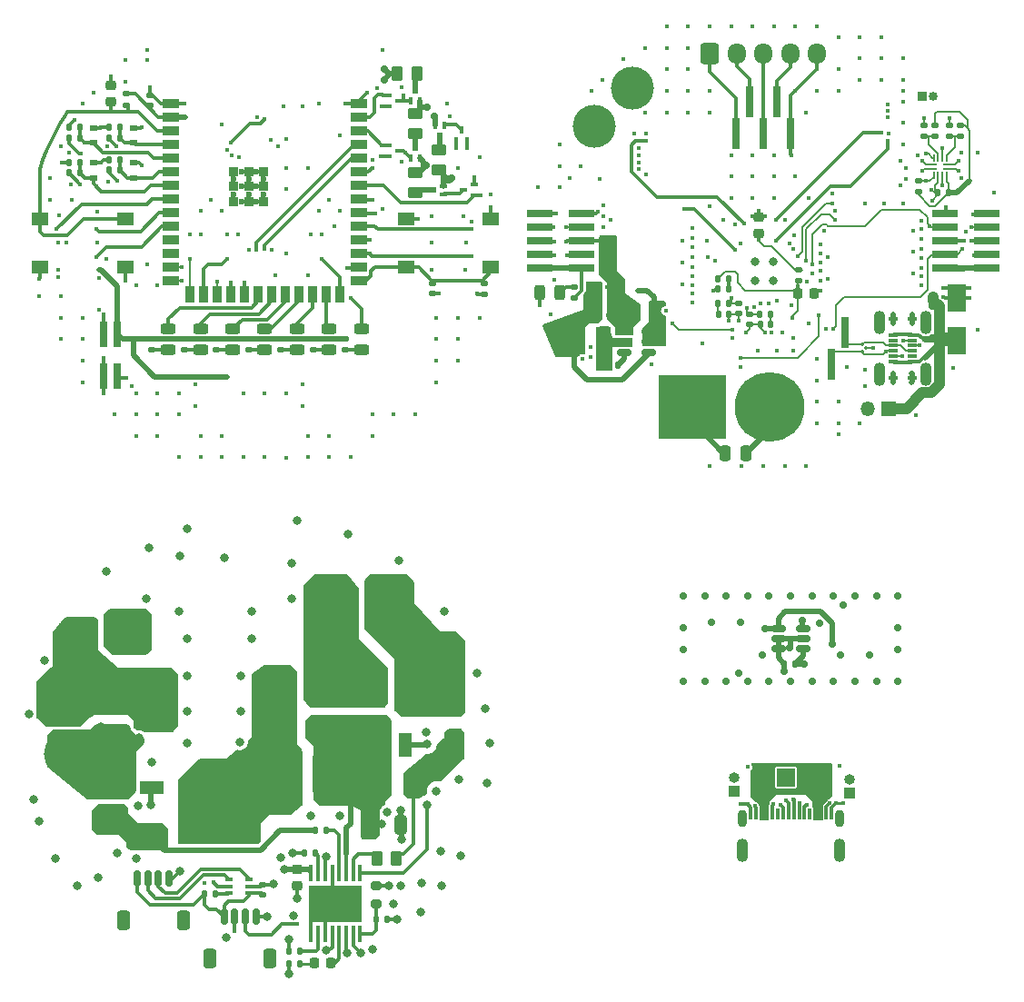
<source format=gtl>
%TF.GenerationSoftware,KiCad,Pcbnew,(6.0.9)*%
%TF.CreationDate,2023-02-02T11:23:03+01:00*%
%TF.ProjectId,Stencil,5374656e-6369-46c2-9e6b-696361645f70,rev?*%
%TF.SameCoordinates,Original*%
%TF.FileFunction,Copper,L1,Top*%
%TF.FilePolarity,Positive*%
%FSLAX46Y46*%
G04 Gerber Fmt 4.6, Leading zero omitted, Abs format (unit mm)*
G04 Created by KiCad (PCBNEW (6.0.9)) date 2023-02-02 11:23:03*
%MOMM*%
%LPD*%
G01*
G04 APERTURE LIST*
G04 Aperture macros list*
%AMRoundRect*
0 Rectangle with rounded corners*
0 $1 Rounding radius*
0 $2 $3 $4 $5 $6 $7 $8 $9 X,Y pos of 4 corners*
0 Add a 4 corners polygon primitive as box body*
4,1,4,$2,$3,$4,$5,$6,$7,$8,$9,$2,$3,0*
0 Add four circle primitives for the rounded corners*
1,1,$1+$1,$2,$3*
1,1,$1+$1,$4,$5*
1,1,$1+$1,$6,$7*
1,1,$1+$1,$8,$9*
0 Add four rect primitives between the rounded corners*
20,1,$1+$1,$2,$3,$4,$5,0*
20,1,$1+$1,$4,$5,$6,$7,0*
20,1,$1+$1,$6,$7,$8,$9,0*
20,1,$1+$1,$8,$9,$2,$3,0*%
G04 Aperture macros list end*
%TA.AperFunction,SMDPad,CuDef*%
%ADD10RoundRect,0.140000X-0.170000X0.140000X-0.170000X-0.140000X0.170000X-0.140000X0.170000X0.140000X0*%
%TD*%
%TA.AperFunction,SMDPad,CuDef*%
%ADD11RoundRect,0.250000X0.375000X1.075000X-0.375000X1.075000X-0.375000X-1.075000X0.375000X-1.075000X0*%
%TD*%
%TA.AperFunction,SMDPad,CuDef*%
%ADD12RoundRect,0.140000X0.170000X-0.140000X0.170000X0.140000X-0.170000X0.140000X-0.170000X-0.140000X0*%
%TD*%
%TA.AperFunction,SMDPad,CuDef*%
%ADD13R,0.700000X0.600000*%
%TD*%
%TA.AperFunction,SMDPad,CuDef*%
%ADD14R,0.500000X0.700000*%
%TD*%
%TA.AperFunction,SMDPad,CuDef*%
%ADD15R,0.400000X0.700000*%
%TD*%
%TA.AperFunction,SMDPad,CuDef*%
%ADD16RoundRect,0.135000X0.185000X-0.135000X0.185000X0.135000X-0.185000X0.135000X-0.185000X-0.135000X0*%
%TD*%
%TA.AperFunction,SMDPad,CuDef*%
%ADD17RoundRect,0.135000X0.135000X0.185000X-0.135000X0.185000X-0.135000X-0.185000X0.135000X-0.185000X0*%
%TD*%
%TA.AperFunction,SMDPad,CuDef*%
%ADD18R,2.400000X0.740000*%
%TD*%
%TA.AperFunction,SMDPad,CuDef*%
%ADD19RoundRect,0.200000X0.275000X-0.200000X0.275000X0.200000X-0.275000X0.200000X-0.275000X-0.200000X0*%
%TD*%
%TA.AperFunction,SMDPad,CuDef*%
%ADD20R,3.250000X5.000000*%
%TD*%
%TA.AperFunction,SMDPad,CuDef*%
%ADD21RoundRect,0.250000X0.650000X-0.325000X0.650000X0.325000X-0.650000X0.325000X-0.650000X-0.325000X0*%
%TD*%
%TA.AperFunction,SMDPad,CuDef*%
%ADD22RoundRect,0.135000X-0.185000X0.135000X-0.185000X-0.135000X0.185000X-0.135000X0.185000X0.135000X0*%
%TD*%
%TA.AperFunction,SMDPad,CuDef*%
%ADD23RoundRect,0.250000X0.450000X-0.262500X0.450000X0.262500X-0.450000X0.262500X-0.450000X-0.262500X0*%
%TD*%
%TA.AperFunction,SMDPad,CuDef*%
%ADD24RoundRect,0.243750X-0.456250X0.243750X-0.456250X-0.243750X0.456250X-0.243750X0.456250X0.243750X0*%
%TD*%
%TA.AperFunction,SMDPad,CuDef*%
%ADD25R,1.500000X0.900000*%
%TD*%
%TA.AperFunction,SMDPad,CuDef*%
%ADD26R,0.900000X1.500000*%
%TD*%
%TA.AperFunction,SMDPad,CuDef*%
%ADD27R,0.900000X0.900000*%
%TD*%
%TA.AperFunction,ComponentPad*%
%ADD28C,0.600000*%
%TD*%
%TA.AperFunction,SMDPad,CuDef*%
%ADD29R,1.550000X1.300000*%
%TD*%
%TA.AperFunction,ComponentPad*%
%ADD30C,4.000000*%
%TD*%
%TA.AperFunction,SMDPad,CuDef*%
%ADD31RoundRect,0.150000X-0.150000X-0.625000X0.150000X-0.625000X0.150000X0.625000X-0.150000X0.625000X0*%
%TD*%
%TA.AperFunction,SMDPad,CuDef*%
%ADD32RoundRect,0.250000X-0.350000X-0.650000X0.350000X-0.650000X0.350000X0.650000X-0.350000X0.650000X0*%
%TD*%
%TA.AperFunction,SMDPad,CuDef*%
%ADD33R,1.200000X2.200000*%
%TD*%
%TA.AperFunction,SMDPad,CuDef*%
%ADD34R,5.800000X6.400000*%
%TD*%
%TA.AperFunction,SMDPad,CuDef*%
%ADD35R,4.860000X3.360000*%
%TD*%
%TA.AperFunction,SMDPad,CuDef*%
%ADD36R,1.400000X1.390000*%
%TD*%
%TA.AperFunction,SMDPad,CuDef*%
%ADD37RoundRect,0.135000X-0.135000X-0.185000X0.135000X-0.185000X0.135000X0.185000X-0.135000X0.185000X0*%
%TD*%
%TA.AperFunction,SMDPad,CuDef*%
%ADD38C,0.500000*%
%TD*%
%TA.AperFunction,SMDPad,CuDef*%
%ADD39R,1.800000X2.500000*%
%TD*%
%TA.AperFunction,SMDPad,CuDef*%
%ADD40RoundRect,0.100000X0.100000X-0.687500X0.100000X0.687500X-0.100000X0.687500X-0.100000X-0.687500X0*%
%TD*%
%TA.AperFunction,ComponentPad*%
%ADD41C,0.700000*%
%TD*%
%TA.AperFunction,SMDPad,CuDef*%
%ADD42R,5.000000X3.400000*%
%TD*%
%TA.AperFunction,SMDPad,CuDef*%
%ADD43RoundRect,0.225000X0.250000X-0.225000X0.250000X0.225000X-0.250000X0.225000X-0.250000X-0.225000X0*%
%TD*%
%TA.AperFunction,SMDPad,CuDef*%
%ADD44R,0.650000X3.000000*%
%TD*%
%TA.AperFunction,SMDPad,CuDef*%
%ADD45R,0.300000X1.000000*%
%TD*%
%TA.AperFunction,ComponentPad*%
%ADD46O,0.900000X1.600000*%
%TD*%
%TA.AperFunction,ComponentPad*%
%ADD47O,1.100000X2.200000*%
%TD*%
%TA.AperFunction,SMDPad,CuDef*%
%ADD48RoundRect,0.250000X-0.625000X0.312500X-0.625000X-0.312500X0.625000X-0.312500X0.625000X0.312500X0*%
%TD*%
%TA.AperFunction,ComponentPad*%
%ADD49R,1.000000X1.000000*%
%TD*%
%TA.AperFunction,ComponentPad*%
%ADD50O,1.000000X1.000000*%
%TD*%
%TA.AperFunction,SMDPad,CuDef*%
%ADD51RoundRect,0.150000X-0.512500X-0.150000X0.512500X-0.150000X0.512500X0.150000X-0.512500X0.150000X0*%
%TD*%
%TA.AperFunction,SMDPad,CuDef*%
%ADD52RoundRect,0.140000X0.140000X0.170000X-0.140000X0.170000X-0.140000X-0.170000X0.140000X-0.170000X0*%
%TD*%
%TA.AperFunction,SMDPad,CuDef*%
%ADD53R,0.700000X0.400000*%
%TD*%
%TA.AperFunction,SMDPad,CuDef*%
%ADD54RoundRect,0.140000X-0.140000X-0.170000X0.140000X-0.170000X0.140000X0.170000X-0.140000X0.170000X0*%
%TD*%
%TA.AperFunction,SMDPad,CuDef*%
%ADD55RoundRect,0.250000X0.262500X0.450000X-0.262500X0.450000X-0.262500X-0.450000X0.262500X-0.450000X0*%
%TD*%
%TA.AperFunction,SMDPad,CuDef*%
%ADD56RoundRect,0.225000X-0.225000X-0.250000X0.225000X-0.250000X0.225000X0.250000X-0.225000X0.250000X0*%
%TD*%
%TA.AperFunction,SMDPad,CuDef*%
%ADD57R,0.740000X2.400000*%
%TD*%
%TA.AperFunction,SMDPad,CuDef*%
%ADD58RoundRect,0.250000X-0.325000X-0.650000X0.325000X-0.650000X0.325000X0.650000X-0.325000X0.650000X0*%
%TD*%
%TA.AperFunction,SMDPad,CuDef*%
%ADD59R,0.650000X0.400000*%
%TD*%
%TA.AperFunction,SMDPad,CuDef*%
%ADD60RoundRect,0.250000X-0.250000X-0.475000X0.250000X-0.475000X0.250000X0.475000X-0.250000X0.475000X0*%
%TD*%
%TA.AperFunction,SMDPad,CuDef*%
%ADD61RoundRect,0.250000X0.312500X0.625000X-0.312500X0.625000X-0.312500X-0.625000X0.312500X-0.625000X0*%
%TD*%
%TA.AperFunction,SMDPad,CuDef*%
%ADD62RoundRect,0.250000X-1.250000X-0.550000X1.250000X-0.550000X1.250000X0.550000X-1.250000X0.550000X0*%
%TD*%
%TA.AperFunction,SMDPad,CuDef*%
%ADD63RoundRect,0.225000X-0.250000X0.225000X-0.250000X-0.225000X0.250000X-0.225000X0.250000X0.225000X0*%
%TD*%
%TA.AperFunction,SMDPad,CuDef*%
%ADD64R,2.200000X1.200000*%
%TD*%
%TA.AperFunction,SMDPad,CuDef*%
%ADD65R,6.400000X5.800000*%
%TD*%
%TA.AperFunction,SMDPad,CuDef*%
%ADD66RoundRect,0.250000X0.250000X0.475000X-0.250000X0.475000X-0.250000X-0.475000X0.250000X-0.475000X0*%
%TD*%
%TA.AperFunction,SMDPad,CuDef*%
%ADD67RoundRect,0.010000X0.090000X0.090000X-0.090000X0.090000X-0.090000X-0.090000X0.090000X-0.090000X0*%
%TD*%
%TA.AperFunction,SMDPad,CuDef*%
%ADD68RoundRect,0.050000X0.375000X0.050000X-0.375000X0.050000X-0.375000X-0.050000X0.375000X-0.050000X0*%
%TD*%
%TA.AperFunction,SMDPad,CuDef*%
%ADD69RoundRect,0.050000X0.050000X0.275000X-0.050000X0.275000X-0.050000X-0.275000X0.050000X-0.275000X0*%
%TD*%
%TA.AperFunction,SMDPad,CuDef*%
%ADD70RoundRect,0.250000X-0.262500X-0.450000X0.262500X-0.450000X0.262500X0.450000X-0.262500X0.450000X0*%
%TD*%
%TA.AperFunction,ComponentPad*%
%ADD71R,0.850000X0.850000*%
%TD*%
%TA.AperFunction,ComponentPad*%
%ADD72O,0.850000X0.850000*%
%TD*%
%TA.AperFunction,SMDPad,CuDef*%
%ADD73RoundRect,0.243750X-0.243750X-0.456250X0.243750X-0.456250X0.243750X0.456250X-0.243750X0.456250X0*%
%TD*%
%TA.AperFunction,SMDPad,CuDef*%
%ADD74RoundRect,0.250000X-0.450000X0.262500X-0.450000X-0.262500X0.450000X-0.262500X0.450000X0.262500X0*%
%TD*%
%TA.AperFunction,SMDPad,CuDef*%
%ADD75R,0.870000X0.300000*%
%TD*%
%TA.AperFunction,SMDPad,CuDef*%
%ADD76RoundRect,0.250000X-0.650000X0.325000X-0.650000X-0.325000X0.650000X-0.325000X0.650000X0.325000X0*%
%TD*%
%TA.AperFunction,SMDPad,CuDef*%
%ADD77R,0.700000X0.500000*%
%TD*%
%TA.AperFunction,SMDPad,CuDef*%
%ADD78RoundRect,0.150000X0.512500X0.150000X-0.512500X0.150000X-0.512500X-0.150000X0.512500X-0.150000X0*%
%TD*%
%TA.AperFunction,SMDPad,CuDef*%
%ADD79RoundRect,0.225000X0.225000X0.250000X-0.225000X0.250000X-0.225000X-0.250000X0.225000X-0.250000X0*%
%TD*%
%TA.AperFunction,ComponentPad*%
%ADD80RoundRect,0.250000X-0.600000X-0.725000X0.600000X-0.725000X0.600000X0.725000X-0.600000X0.725000X0*%
%TD*%
%TA.AperFunction,ComponentPad*%
%ADD81O,1.700000X1.950000*%
%TD*%
%TA.AperFunction,ComponentPad*%
%ADD82R,1.700000X1.700000*%
%TD*%
%TA.AperFunction,ComponentPad*%
%ADD83O,1.700000X1.700000*%
%TD*%
%TA.AperFunction,ComponentPad*%
%ADD84R,1.350000X1.350000*%
%TD*%
%TA.AperFunction,ComponentPad*%
%ADD85O,1.350000X1.350000*%
%TD*%
%TA.AperFunction,ComponentPad*%
%ADD86C,6.500000*%
%TD*%
%TA.AperFunction,ComponentPad*%
%ADD87R,6.300000X6.000000*%
%TD*%
%TA.AperFunction,ViaPad*%
%ADD88C,0.450000*%
%TD*%
%TA.AperFunction,ViaPad*%
%ADD89C,0.800000*%
%TD*%
%TA.AperFunction,ViaPad*%
%ADD90C,0.700000*%
%TD*%
%TA.AperFunction,ViaPad*%
%ADD91C,0.500000*%
%TD*%
%TA.AperFunction,Conductor*%
%ADD92C,0.300000*%
%TD*%
%TA.AperFunction,Conductor*%
%ADD93C,0.200000*%
%TD*%
%TA.AperFunction,Conductor*%
%ADD94C,1.000000*%
%TD*%
%TA.AperFunction,Conductor*%
%ADD95C,0.180000*%
%TD*%
%TA.AperFunction,Conductor*%
%ADD96C,0.250000*%
%TD*%
%TA.AperFunction,Conductor*%
%ADD97C,0.500000*%
%TD*%
G04 APERTURE END LIST*
%TO.C,NT1*%
G36*
X142550000Y-135150000D02*
G01*
X142050000Y-135150000D01*
X142050000Y-134150000D01*
X142550000Y-134150000D01*
X142550000Y-135150000D01*
G37*
%TD*%
D10*
%TO.P,C327,1*%
%TO.N,N/C*%
X179450000Y-87670000D03*
%TO.P,C327,2*%
X179450000Y-88630000D03*
%TD*%
D11*
%TO.P,L401,1,1*%
%TO.N,N/C*%
X165950000Y-90150000D03*
%TO.P,L401,2,2*%
X163150000Y-90150000D03*
%TD*%
D12*
%TO.P,C10,1*%
%TO.N,N/C*%
X134100000Y-141780000D03*
%TO.P,C10,2*%
X134100000Y-140820000D03*
%TD*%
D13*
%TO.P,D402,1,A1*%
%TO.N,N/C*%
X122057029Y-73558471D03*
%TO.P,D402,2,A2*%
X122057029Y-74958471D03*
%TD*%
D14*
%TO.P,Q408,D,D*%
%TO.N,N/C*%
X148307029Y-66758471D03*
D15*
%TO.P,Q408,G,G*%
X147907029Y-67758471D03*
%TO.P,Q408,S,S*%
X148707029Y-67758471D03*
%TD*%
D16*
%TO.P,R501,1*%
%TO.N,N/C*%
X196750000Y-71120000D03*
%TO.P,R501,2*%
X196750000Y-70100000D03*
%TD*%
D17*
%TO.P,R418,1*%
%TO.N,N/C*%
X117067029Y-70258471D03*
%TO.P,R418,2*%
X116047029Y-70258471D03*
%TD*%
D18*
%TO.P,J203,1,Pin_1*%
%TO.N,N/C*%
X201600000Y-83390000D03*
%TO.P,J203,2,Pin_2*%
X197700000Y-83390000D03*
%TO.P,J203,3,Pin_3*%
X201600000Y-82120000D03*
%TO.P,J203,4,Pin_4*%
X197700000Y-82120000D03*
%TO.P,J203,5,Pin_5*%
X201600000Y-80850000D03*
%TO.P,J203,6,Pin_6*%
X197700000Y-80850000D03*
%TO.P,J203,7,Pin_7*%
X201600000Y-79580000D03*
%TO.P,J203,8,Pin_8*%
X197700000Y-79580000D03*
%TO.P,J203,9,Pin_9*%
X201600000Y-78310000D03*
%TO.P,J203,10,Pin_10*%
X197700000Y-78310000D03*
%TD*%
D19*
%TO.P,R5,1*%
%TO.N,N/C*%
X144700000Y-142625000D03*
%TO.P,R5,2*%
X144700000Y-140975000D03*
%TD*%
D12*
%TO.P,C304,1*%
%TO.N,N/C*%
X149937029Y-85728471D03*
%TO.P,C304,2*%
X149937029Y-84768471D03*
%TD*%
D20*
%TO.P,L1,1,1*%
%TO.N,N/C*%
X124075000Y-123600000D03*
%TO.P,L1,2,2*%
X135325000Y-123600000D03*
%TD*%
D21*
%TO.P,C6,1*%
%TO.N,N/C*%
X144700000Y-126075000D03*
%TO.P,C6,2*%
X144700000Y-123125000D03*
%TD*%
D22*
%TO.P,R309,1*%
%TO.N,N/C*%
X126807029Y-89998471D03*
%TO.P,R309,2*%
X126807029Y-91018471D03*
%TD*%
D23*
%TO.P,R406,1*%
%TO.N,N/C*%
X148307029Y-76320971D03*
%TO.P,R406,2*%
X148307029Y-74495971D03*
%TD*%
D24*
%TO.P,D305,1,K*%
%TO.N,N/C*%
X137307029Y-89070971D03*
%TO.P,D305,2,A*%
X137307029Y-90945971D03*
%TD*%
D16*
%TO.P,R302,1*%
%TO.N,N/C*%
X154737029Y-85788471D03*
%TO.P,R302,2*%
X154737029Y-84768471D03*
%TD*%
D17*
%TO.P,R414,1*%
%TO.N,N/C*%
X117067029Y-73508471D03*
%TO.P,R414,2*%
X116047029Y-73508471D03*
%TD*%
%TO.P,R309,1*%
%TO.N,N/C*%
X177560000Y-84350000D03*
%TO.P,R309,2*%
X176540000Y-84350000D03*
%TD*%
D25*
%TO.P,U301,1,GND*%
%TO.N,N/C*%
X125557029Y-68048471D03*
%TO.P,U301,2,3V3*%
X125557029Y-69318471D03*
%TO.P,U301,3,EN*%
X125557029Y-70588471D03*
%TO.P,U301,4,IO4*%
X125557029Y-71858471D03*
%TO.P,U301,5,IO5*%
X125557029Y-73128471D03*
%TO.P,U301,6,IO6*%
X125557029Y-74398471D03*
%TO.P,U301,7,IO7*%
X125557029Y-75668471D03*
%TO.P,U301,8,IO15*%
X125557029Y-76938471D03*
%TO.P,U301,9,IO16*%
X125557029Y-78208471D03*
%TO.P,U301,10,IO17*%
X125557029Y-79478471D03*
%TO.P,U301,11,IO18*%
X125557029Y-80748471D03*
%TO.P,U301,12,IO8*%
X125557029Y-82018471D03*
%TO.P,U301,13,USB_D-*%
X125557029Y-83288471D03*
%TO.P,U301,14,USB_D+*%
X125557029Y-84558471D03*
D26*
%TO.P,U301,15,IO3*%
X127322029Y-85808471D03*
%TO.P,U301,16,IO46*%
X128592029Y-85808471D03*
%TO.P,U301,17,IO9*%
X129862029Y-85808471D03*
%TO.P,U301,18,IO10*%
X131132029Y-85808471D03*
%TO.P,U301,19,IO11*%
X132402029Y-85808471D03*
%TO.P,U301,20,IO12*%
X133672029Y-85808471D03*
%TO.P,U301,21,IO13*%
X134942029Y-85808471D03*
%TO.P,U301,22,IO14*%
X136212029Y-85808471D03*
%TO.P,U301,23,IO21*%
X137482029Y-85808471D03*
%TO.P,U301,24,IO47*%
X138752029Y-85808471D03*
%TO.P,U301,25,IO48*%
X140022029Y-85808471D03*
%TO.P,U301,26,IO45*%
X141292029Y-85808471D03*
D25*
%TO.P,U301,27,IO0*%
X143057029Y-84558471D03*
%TO.P,U301,28,IO35*%
X143057029Y-83288471D03*
%TO.P,U301,29,IO36*%
X143057029Y-82018471D03*
%TO.P,U301,30,IO37*%
X143057029Y-80748471D03*
%TO.P,U301,31,IO38*%
X143057029Y-79478471D03*
%TO.P,U301,32,IO39*%
X143057029Y-78208471D03*
%TO.P,U301,33,IO40*%
X143057029Y-76938471D03*
%TO.P,U301,34,IO41*%
X143057029Y-75668471D03*
%TO.P,U301,35,IO42*%
X143057029Y-74398471D03*
%TO.P,U301,36,RXD0*%
X143057029Y-73128471D03*
%TO.P,U301,37,TXD0*%
X143057029Y-71858471D03*
%TO.P,U301,38,IO2*%
X143057029Y-70588471D03*
%TO.P,U301,39,IO1*%
X143057029Y-69318471D03*
%TO.P,U301,40,GND*%
X143057029Y-68048471D03*
D27*
%TO.P,U301,41,GND*%
X131407029Y-77168471D03*
D28*
X133507029Y-74368471D03*
X131407029Y-76468471D03*
X132107029Y-74368471D03*
D27*
X131407029Y-75768471D03*
D28*
X132807029Y-76468471D03*
D27*
X132807029Y-77168471D03*
X132807029Y-75768471D03*
D28*
X132107029Y-75768471D03*
D27*
X134207029Y-75768471D03*
D28*
X131407029Y-75068471D03*
D27*
X134207029Y-77168471D03*
D28*
X133507029Y-75768471D03*
D27*
X132807029Y-74368471D03*
X134207029Y-74368471D03*
D28*
X133507029Y-77168471D03*
X132807029Y-75068471D03*
D27*
X131407029Y-74368471D03*
D28*
X134207029Y-75068471D03*
X134207029Y-76468471D03*
X132107029Y-77168471D03*
%TD*%
D29*
%TO.P,SW301,1,1*%
%TO.N,N/C*%
X113322029Y-83258471D03*
X121272029Y-83258471D03*
%TO.P,SW301,2,2*%
X113322029Y-78758471D03*
X121272029Y-78758471D03*
%TD*%
D30*
%TO.P,J1,1,N*%
%TO.N,N/C*%
X115700000Y-128700000D03*
%TO.P,J1,2,P*%
X115700000Y-123700000D03*
%TD*%
D31*
%TO.P,J4,1,Pin_1*%
%TO.N,N/C*%
X130500000Y-143800000D03*
%TO.P,J4,2,Pin_2*%
X131500000Y-143800000D03*
%TO.P,J4,3,Pin_3*%
X132500000Y-143800000D03*
%TO.P,J4,4,Pin_4*%
X133500000Y-143800000D03*
D32*
%TO.P,J4,MP*%
X129200000Y-147675000D03*
X134800000Y-147675000D03*
%TD*%
D33*
%TO.P,Q2,1,G*%
%TO.N,N/C*%
X147420000Y-127800000D03*
D34*
%TO.P,Q2,2,D*%
X149700000Y-121500000D03*
D33*
%TO.P,Q2,3,S*%
X151980000Y-127800000D03*
%TD*%
D35*
%TO.P,D1,1,K*%
%TO.N,N/C*%
X141120000Y-130500000D03*
D36*
%TO.P,D1,2,A*%
X137138000Y-129580000D03*
X137138000Y-131420000D03*
%TD*%
D24*
%TO.P,D301,1,K*%
%TO.N,N/C*%
X125307029Y-89070971D03*
%TO.P,D301,2,A*%
X125307029Y-90945971D03*
%TD*%
D37*
%TO.P,R8,1*%
%TO.N,N/C*%
X136540000Y-148200000D03*
%TO.P,R8,2*%
X137560000Y-148200000D03*
%TD*%
D38*
%TO.P,NT1,1,1*%
%TO.N,N/C*%
X142300000Y-135150000D03*
%TO.P,NT1,2,2*%
X142300000Y-134150000D03*
%TD*%
D29*
%TO.P,SW302,1,1*%
%TO.N,N/C*%
X147432029Y-78758471D03*
X155382029Y-78758471D03*
%TO.P,SW302,2,2*%
X155382029Y-83258471D03*
X147432029Y-83258471D03*
%TD*%
D22*
%TO.P,R506,1*%
%TO.N,N/C*%
X195190000Y-75270000D03*
%TO.P,R506,2*%
X195190000Y-76290000D03*
%TD*%
D39*
%TO.P,D201,1,K*%
%TO.N,N/C*%
X198750000Y-90150000D03*
%TO.P,D201,2,A*%
X198750000Y-86150000D03*
%TD*%
D40*
%TO.P,U1,1,LFRAMP*%
%TO.N,N/C*%
X138625000Y-145462500D03*
%TO.P,U1,2,RT/SYNC*%
X139275000Y-145462500D03*
%TO.P,U1,3,SGND*%
X139925000Y-145462500D03*
%TO.P,U1,4,ICTRL*%
X140575000Y-145462500D03*
%TO.P,U1,5,COMP*%
X141225000Y-145462500D03*
%TO.P,U1,6,!FTL*%
X141875000Y-145462500D03*
%TO.P,U1,7,PWMDIM*%
X142525000Y-145462500D03*
%TO.P,U1,8,OVP*%
X143175000Y-145462500D03*
%TO.P,U1,9,!DIMOUT*%
X143175000Y-139737500D03*
%TO.P,U1,10,ISENSE-*%
X142525000Y-139737500D03*
%TO.P,U1,11,ISENSE+*%
X141875000Y-139737500D03*
%TO.P,U1,12,CS*%
X141225000Y-139737500D03*
%TO.P,U1,13,PGND*%
X140575000Y-139737500D03*
%TO.P,U1,14,NDRV*%
X139925000Y-139737500D03*
%TO.P,U1,15,VCC*%
X139275000Y-139737500D03*
%TO.P,U1,16,IN*%
X138625000Y-139737500D03*
D41*
%TO.P,U1,17,EP*%
X142400000Y-141850000D03*
X139400000Y-141850000D03*
X139400000Y-143350000D03*
X142400000Y-143350000D03*
X140900000Y-143350000D03*
D42*
X140900000Y-142600000D03*
D41*
X140900000Y-141850000D03*
%TD*%
D43*
%TO.P,C303,1*%
%TO.N,N/C*%
X119957029Y-67883471D03*
%TO.P,C303,2*%
X119957029Y-66333471D03*
%TD*%
D44*
%TO.P,J207,1,Pin_1*%
%TO.N,N/C*%
X178210000Y-70850000D03*
%TO.P,J207,2,Pin_2*%
X179480000Y-67850000D03*
%TO.P,J207,3,Pin_3*%
X180750000Y-70850000D03*
%TO.P,J207,4,Pin_4*%
X182020000Y-67850000D03*
%TO.P,J207,5,Pin_5*%
X183290000Y-70850000D03*
%TD*%
D45*
%TO.P,J101,A1,GND*%
%TO.N,N/C*%
X179596447Y-134246447D03*
%TO.P,J101,A4,VBUS*%
X180596447Y-134246447D03*
%TO.P,J101,A5,CC1*%
X181596447Y-134246447D03*
%TO.P,J101,A6,DP1*%
X182596447Y-134246447D03*
%TO.P,J101,A7,DN1*%
X184096447Y-134246447D03*
%TO.P,J101,A8,SBU1*%
X185096447Y-134246447D03*
%TO.P,J101,A9,VBUS*%
X186096447Y-134246447D03*
%TO.P,J101,A12,GND*%
X187096447Y-134246447D03*
%TO.P,J101,B1,GND*%
X186596447Y-134246447D03*
%TO.P,J101,B4,VBUS*%
X185596447Y-134246447D03*
%TO.P,J101,B5,CC2*%
X184596447Y-134246447D03*
%TO.P,J101,B6,DP2*%
X183596447Y-134246447D03*
%TO.P,J101,B7,DN2*%
X183096447Y-134246447D03*
%TO.P,J101,B8,SBU2*%
X182096447Y-134246447D03*
%TO.P,J101,B9,VBUS*%
X181096447Y-134246447D03*
%TO.P,J101,B12,GND*%
X180096447Y-134246447D03*
D46*
%TO.P,J101,S1,Shell*%
X178826447Y-134646447D03*
D47*
%TO.P,J101,S2,Shell*%
X178826447Y-137646447D03*
%TO.P,J101,S3,Shell*%
X187866447Y-137646447D03*
D46*
%TO.P,J101,S4,Shell*%
X187866447Y-134646447D03*
%TD*%
D14*
%TO.P,Q406,D,D*%
%TO.N,N/C*%
X148307029Y-72108471D03*
D15*
%TO.P,Q406,G,G*%
X147907029Y-73108471D03*
%TO.P,Q406,S,S*%
X148707029Y-73108471D03*
%TD*%
D17*
%TO.P,R2,1*%
%TO.N,N/C*%
X129710000Y-141700000D03*
%TO.P,R2,2*%
X128690000Y-141700000D03*
%TD*%
D48*
%TO.P,R9,1*%
%TO.N,N/C*%
X119900000Y-131737500D03*
%TO.P,R9,2*%
X119900000Y-134662500D03*
%TD*%
D49*
%TO.P,J104,1,Pin_1*%
%TO.N,N/C*%
X177996447Y-132096447D03*
D50*
%TO.P,J104,2,Pin_2*%
X177996447Y-130826447D03*
%TD*%
D51*
%TO.P,U101,1,SCL*%
%TO.N,N/C*%
X182155393Y-116942893D03*
%TO.P,U101,2,GND*%
X182155393Y-117892893D03*
%TO.P,U101,3,GND*%
X182155393Y-118842893D03*
%TO.P,U101,4,VDD*%
X184430393Y-118842893D03*
%TO.P,U101,5,GND*%
X184430393Y-117892893D03*
%TO.P,U101,6,SDA*%
X184430393Y-116942893D03*
%TD*%
D24*
%TO.P,D306,1,K*%
%TO.N,N/C*%
X140307029Y-89070971D03*
%TO.P,D306,2,A*%
X140307029Y-90945971D03*
%TD*%
D52*
%TO.P,C501,1*%
%TO.N,N/C*%
X197980000Y-76350000D03*
%TO.P,C501,2*%
X197020000Y-76350000D03*
%TD*%
D17*
%TO.P,R314,1*%
%TO.N,N/C*%
X181460000Y-87650000D03*
%TO.P,R314,2*%
X180440000Y-87650000D03*
%TD*%
D53*
%TO.P,Q407,D,D*%
%TO.N,N/C*%
X146807029Y-67758471D03*
%TO.P,Q407,G,G*%
X145807029Y-67258471D03*
%TO.P,Q407,S,S*%
X145807029Y-68258471D03*
%TD*%
D17*
%TO.P,R416,1*%
%TO.N,N/C*%
X120817029Y-73258471D03*
%TO.P,R416,2*%
X119797029Y-73258471D03*
%TD*%
D15*
%TO.P,Q401,D,D*%
%TO.N,N/C*%
X152607029Y-70508471D03*
%TO.P,Q401,G,G*%
X152107029Y-71508471D03*
%TO.P,Q401,S,S*%
X153107029Y-71508471D03*
%TD*%
D37*
%TO.P,R417,1*%
%TO.N,N/C*%
X116047029Y-71258471D03*
%TO.P,R417,2*%
X117067029Y-71258471D03*
%TD*%
D22*
%TO.P,R308,1*%
%TO.N,N/C*%
X184050000Y-83540000D03*
%TO.P,R308,2*%
X184050000Y-84560000D03*
%TD*%
D54*
%TO.P,C330,1*%
%TO.N,N/C*%
X176570000Y-87650000D03*
%TO.P,C330,2*%
X177530000Y-87650000D03*
%TD*%
D55*
%TO.P,R412,1*%
%TO.N,N/C*%
X148469529Y-65258471D03*
%TO.P,R412,2*%
X146644529Y-65258471D03*
%TD*%
D56*
%TO.P,C326,1*%
%TO.N,N/C*%
X183975000Y-85750000D03*
%TO.P,C326,2*%
X185525000Y-85750000D03*
%TD*%
D57*
%TO.P,J205,1,Pin_1*%
%TO.N,N/C*%
X120572029Y-89508471D03*
%TO.P,J205,2,Pin_2*%
X120572029Y-93408471D03*
%TO.P,J205,3,Pin_3*%
X119302029Y-89508471D03*
%TO.P,J205,4,Pin_4*%
X119302029Y-93408471D03*
%TD*%
D13*
%TO.P,D404,1,A1*%
%TO.N,N/C*%
X122057029Y-70308471D03*
%TO.P,D404,2,A2*%
X122057029Y-71708471D03*
%TD*%
D24*
%TO.P,D304,1,K*%
%TO.N,N/C*%
X134307029Y-89070971D03*
%TO.P,D304,2,A*%
X134307029Y-90945971D03*
%TD*%
D58*
%TO.P,C9,1*%
%TO.N,N/C*%
X144025000Y-135300000D03*
%TO.P,C9,2*%
X146975000Y-135300000D03*
%TD*%
D13*
%TO.P,D401,1,A1*%
%TO.N,N/C*%
X118307029Y-73558471D03*
%TO.P,D401,2,A2*%
X118307029Y-74958471D03*
%TD*%
D59*
%TO.P,UR1,1,VDD*%
%TO.N,N/C*%
X132850000Y-141650000D03*
%TO.P,UR1,2,VSS*%
X132850000Y-141000000D03*
%TO.P,UR1,3,SCL*%
X132850000Y-140350000D03*
%TO.P,UR1,4,SDA*%
X130950000Y-140350000D03*
%TO.P,UR1,5,Wiper*%
X130950000Y-141000000D03*
%TO.P,UR1,6,High*%
X130950000Y-141650000D03*
%TD*%
D22*
%TO.P,R314,1*%
%TO.N,N/C*%
X141807029Y-89998471D03*
%TO.P,R314,2*%
X141807029Y-91018471D03*
%TD*%
D17*
%TO.P,R4,1*%
%TO.N,N/C*%
X140010000Y-135800000D03*
%TO.P,R4,2*%
X138990000Y-135800000D03*
%TD*%
D52*
%TO.P,C102,1*%
%TO.N,N/C*%
X183672893Y-120242893D03*
%TO.P,C102,2*%
X182712893Y-120242893D03*
%TD*%
D60*
%TO.P,C404,1*%
%TO.N,N/C*%
X165100000Y-87550000D03*
%TO.P,C404,2*%
X167000000Y-87550000D03*
%TD*%
D22*
%TO.P,R308,1*%
%TO.N,N/C*%
X123807029Y-89998471D03*
%TO.P,R308,2*%
X123807029Y-91018471D03*
%TD*%
D12*
%TO.P,C302,1*%
%TO.N,N/C*%
X123557029Y-68238471D03*
%TO.P,C302,2*%
X123557029Y-67278471D03*
%TD*%
D44*
%TO.P,J206,1,Pin_1*%
%TO.N,N/C*%
X188385000Y-89350000D03*
%TO.P,J206,2,Pin_2*%
X187115000Y-92350000D03*
%TD*%
D60*
%TO.P,C324,1*%
%TO.N,N/C*%
X177200000Y-100650000D03*
%TO.P,C324,2*%
X179100000Y-100650000D03*
%TD*%
D61*
%TO.P,R6,1*%
%TO.N,N/C*%
X148162500Y-131600000D03*
%TO.P,R6,2*%
X145237500Y-131600000D03*
%TD*%
D60*
%TO.P,C405,1*%
%TO.N,N/C*%
X165100000Y-85550000D03*
%TO.P,C405,2*%
X167000000Y-85550000D03*
%TD*%
D23*
%TO.P,R409,1*%
%TO.N,N/C*%
X148307029Y-70820971D03*
%TO.P,R409,2*%
X148307029Y-68995971D03*
%TD*%
D37*
%TO.P,R315,1*%
%TO.N,N/C*%
X176540000Y-86650000D03*
%TO.P,R315,2*%
X177560000Y-86650000D03*
%TD*%
D53*
%TO.P,Q405,D,D*%
%TO.N,N/C*%
X146807029Y-72408471D03*
%TO.P,Q405,G,G*%
X145807029Y-71908471D03*
%TO.P,Q405,S,S*%
X145807029Y-72908471D03*
%TD*%
D62*
%TO.P,C1,1*%
%TO.N,N/C*%
X116600000Y-117200000D03*
%TO.P,C1,2*%
X121000000Y-117200000D03*
%TD*%
D63*
%TO.P,C3,1*%
%TO.N,N/C*%
X137300000Y-139425000D03*
%TO.P,C3,2*%
X137300000Y-140975000D03*
%TD*%
D64*
%TO.P,Q1,1,G*%
%TO.N,N/C*%
X123750000Y-131820000D03*
D65*
%TO.P,Q1,2,D*%
X130050000Y-134100000D03*
D64*
%TO.P,Q1,3,S*%
X123750000Y-136380000D03*
%TD*%
D24*
%TO.P,D303,1,K*%
%TO.N,N/C*%
X131307029Y-89070971D03*
%TO.P,D303,2,A*%
X131307029Y-90945971D03*
%TD*%
D16*
%TO.P,R503,1*%
%TO.N,N/C*%
X199120000Y-71110000D03*
%TO.P,R503,2*%
X199120000Y-70090000D03*
%TD*%
D22*
%TO.P,R310,1*%
%TO.N,N/C*%
X129807029Y-89998471D03*
%TO.P,R310,2*%
X129807029Y-91018471D03*
%TD*%
D37*
%TO.P,R311,1*%
%TO.N,N/C*%
X176540000Y-85350000D03*
%TO.P,R311,2*%
X177560000Y-85350000D03*
%TD*%
D66*
%TO.P,C402,1*%
%TO.N,N/C*%
X170600000Y-87550000D03*
%TO.P,C402,2*%
X168700000Y-87550000D03*
%TD*%
D22*
%TO.P,R311,1*%
%TO.N,N/C*%
X132807029Y-89998471D03*
%TO.P,R311,2*%
X132807029Y-91018471D03*
%TD*%
D13*
%TO.P,D403,1,A1*%
%TO.N,N/C*%
X118307029Y-70308471D03*
%TO.P,D403,2,A2*%
X118307029Y-71708471D03*
%TD*%
D67*
%TO.P,D202,1,common*%
%TO.N,N/C*%
X190300000Y-90850000D03*
%TO.P,D202,2,A1*%
X190000000Y-90510000D03*
%TO.P,D202,3,A2*%
X190000000Y-91190000D03*
%TD*%
D68*
%TO.P,U501,1,CC1*%
%TO.N,N/C*%
X197955000Y-74130000D03*
%TO.P,U501,2,CC2*%
X197955000Y-73730000D03*
D69*
%TO.P,U501,3,PORT*%
X197830000Y-73105000D03*
%TO.P,U501,4,VBUS_DET*%
X197430000Y-73105000D03*
%TO.P,U501,5,ADR/CON_DET*%
X197030000Y-73105000D03*
%TO.P,U501,6,INTB*%
X196630000Y-73105000D03*
D68*
%TO.P,U501,7,SDA*%
X196505000Y-73730000D03*
%TO.P,U501,8,SCL*%
X196505000Y-74130000D03*
D69*
%TO.P,U501,9,ID*%
X196630000Y-74755000D03*
%TO.P,U501,10,GND*%
X197030000Y-74755000D03*
%TO.P,U501,11,ENB*%
X197430000Y-74755000D03*
%TO.P,U501,12,VDD*%
X197830000Y-74755000D03*
%TD*%
D37*
%TO.P,R419,1*%
%TO.N,N/C*%
X119797029Y-71258471D03*
%TO.P,R419,2*%
X120817029Y-71258471D03*
%TD*%
D17*
%TO.P,R420,1*%
%TO.N,N/C*%
X120817029Y-70258471D03*
%TO.P,R420,2*%
X119797029Y-70258471D03*
%TD*%
D21*
%TO.P,C7,1*%
%TO.N,N/C*%
X141950000Y-126075000D03*
%TO.P,C7,2*%
X141950000Y-123125000D03*
%TD*%
D53*
%TO.P,Q403,D,D*%
%TO.N,N/C*%
X152807029Y-76108471D03*
%TO.P,Q403,G,G*%
X153807029Y-76608471D03*
%TO.P,Q403,S,S*%
X153807029Y-75608471D03*
%TD*%
D18*
%TO.P,J205,1,Pin_1*%
%TO.N,N/C*%
X163800000Y-83390000D03*
%TO.P,J205,2,Pin_2*%
X159900000Y-83390000D03*
%TO.P,J205,3,Pin_3*%
X163800000Y-82120000D03*
%TO.P,J205,4,Pin_4*%
X159900000Y-82120000D03*
%TO.P,J205,5,Pin_5*%
X163800000Y-80850000D03*
%TO.P,J205,6,Pin_6*%
X159900000Y-80850000D03*
%TO.P,J205,7,Pin_7*%
X163800000Y-79580000D03*
%TO.P,J205,8,Pin_8*%
X159900000Y-79580000D03*
%TO.P,J205,9,Pin_9*%
X163800000Y-78310000D03*
%TO.P,J205,10,Pin_10*%
X159900000Y-78310000D03*
%TD*%
D70*
%TO.P,R7,1*%
%TO.N,N/C*%
X144725000Y-138400000D03*
%TO.P,R7,2*%
X146550000Y-138400000D03*
%TD*%
D22*
%TO.P,R502,1*%
%TO.N,N/C*%
X195720000Y-70100000D03*
%TO.P,R502,2*%
X195720000Y-71120000D03*
%TD*%
D24*
%TO.P,D307,1,K*%
%TO.N,N/C*%
X143307029Y-89070971D03*
%TO.P,D307,2,A*%
X143307029Y-90945971D03*
%TD*%
D71*
%TO.P,J210,1,Pin_1*%
%TO.N,N/C*%
X195600000Y-67400000D03*
D72*
%TO.P,J210,2,Pin_2*%
X196600000Y-67400000D03*
%TD*%
D30*
%TO.P,J2,1,N*%
%TO.N,N/C*%
X140900000Y-114600000D03*
%TO.P,J2,2,P*%
X145900000Y-114600000D03*
%TD*%
D24*
%TO.P,D302,1,K*%
%TO.N,N/C*%
X128307029Y-89070971D03*
%TO.P,D302,2,A*%
X128307029Y-90945971D03*
%TD*%
D16*
%TO.P,R401,1*%
%TO.N,N/C*%
X163150000Y-86160000D03*
%TO.P,R401,2*%
X163150000Y-85140000D03*
%TD*%
D22*
%TO.P,R301,1*%
%TO.N,N/C*%
X121427029Y-67148471D03*
%TO.P,R301,2*%
X121427029Y-68168471D03*
%TD*%
D73*
%TO.P,D401,1,K*%
%TO.N,N/C*%
X159912500Y-85650000D03*
%TO.P,D401,2,A*%
X161787500Y-85650000D03*
%TD*%
D54*
%TO.P,C403,1*%
%TO.N,N/C*%
X166270000Y-92450000D03*
%TO.P,C403,2*%
X167230000Y-92450000D03*
%TD*%
D52*
%TO.P,C328,1*%
%TO.N,N/C*%
X181430000Y-88650000D03*
%TO.P,C328,2*%
X180470000Y-88650000D03*
%TD*%
D43*
%TO.P,C331,1*%
%TO.N,N/C*%
X180350000Y-80150000D03*
%TO.P,C331,2*%
X180350000Y-78600000D03*
%TD*%
D21*
%TO.P,C8,1*%
%TO.N,N/C*%
X139200000Y-126075000D03*
%TO.P,C8,2*%
X139200000Y-123125000D03*
%TD*%
D74*
%TO.P,R403,1*%
%TO.N,N/C*%
X150557029Y-72395971D03*
%TO.P,R403,2*%
X150557029Y-74220971D03*
%TD*%
D37*
%TO.P,R1,1*%
%TO.N,N/C*%
X136540000Y-147000000D03*
%TO.P,R1,2*%
X137560000Y-147000000D03*
%TD*%
D17*
%TO.P,R10,1*%
%TO.N,N/C*%
X145710000Y-144100000D03*
%TO.P,R10,2*%
X144690000Y-144100000D03*
%TD*%
D10*
%TO.P,C329,1*%
%TO.N,N/C*%
X178450000Y-86670000D03*
%TO.P,C329,2*%
X178450000Y-87630000D03*
%TD*%
D37*
%TO.P,R415,1*%
%TO.N,N/C*%
X119797029Y-74258471D03*
%TO.P,R415,2*%
X120817029Y-74258471D03*
%TD*%
D31*
%TO.P,J3,1,Pin_1*%
%TO.N,N/C*%
X122400000Y-140300000D03*
%TO.P,J3,2,Pin_2*%
X123400000Y-140300000D03*
%TO.P,J3,3,Pin_3*%
X124400000Y-140300000D03*
%TO.P,J3,4,Pin_4*%
X125400000Y-140300000D03*
D32*
%TO.P,J3,MP*%
X126700000Y-144175000D03*
X121100000Y-144175000D03*
%TD*%
D75*
%TO.P,J201,A1,GND*%
%TO.N,N/C*%
X194615000Y-88100000D03*
%TO.P,J201,A4,VBUS*%
X194615000Y-89600000D03*
%TO.P,J201,A5,CC1*%
X194615000Y-90100000D03*
%TO.P,J201,A6,DP1*%
X194615000Y-90600000D03*
%TO.P,J201,A7,DN1*%
X194615000Y-91100000D03*
%TO.P,J201,A8,SBU1*%
X194615000Y-91600000D03*
%TO.P,J201,A9,VBUS*%
X194615000Y-92100000D03*
%TO.P,J201,A12,GND*%
X194615000Y-93600000D03*
%TO.P,J201,B1,GND*%
X192885000Y-93600000D03*
%TO.P,J201,B4,VBUS*%
X192885000Y-92100000D03*
%TO.P,J201,B5,CC2*%
X192885000Y-91600000D03*
%TO.P,J201,B6,DP2*%
X192885000Y-91100000D03*
%TO.P,J201,B7,DN2*%
X192885000Y-90600000D03*
%TO.P,J201,B8,SBU2*%
X192885000Y-90100000D03*
%TO.P,J201,B9,VBUS*%
X192885000Y-89600000D03*
%TO.P,J201,B12,GND*%
X192885000Y-88100000D03*
D47*
%TO.P,J201,S1,Shell*%
X195900000Y-88450000D03*
%TO.P,J201,S2,Shell*%
X191600000Y-88450000D03*
%TO.P,J201,S3,Shell*%
X195900000Y-93250000D03*
%TO.P,J201,S4,Shell*%
X191600000Y-93250000D03*
%TD*%
D76*
%TO.P,C2,1*%
%TO.N,N/C*%
X120800000Y-123625000D03*
%TO.P,C2,2*%
X120800000Y-126575000D03*
%TD*%
D22*
%TO.P,R504,1*%
%TO.N,N/C*%
X198120000Y-70080000D03*
%TO.P,R504,2*%
X198120000Y-71100000D03*
%TD*%
D54*
%TO.P,C4,1*%
%TO.N,N/C*%
X138020000Y-137900000D03*
%TO.P,C4,2*%
X138980000Y-137900000D03*
%TD*%
D37*
%TO.P,R413,1*%
%TO.N,N/C*%
X116047029Y-74508471D03*
%TO.P,R413,2*%
X117067029Y-74508471D03*
%TD*%
D77*
%TO.P,Q404,D,D*%
%TO.N,N/C*%
X149907029Y-76108471D03*
D53*
%TO.P,Q404,G,G*%
X150907029Y-76508471D03*
%TO.P,Q404,S,S*%
X150907029Y-75708471D03*
%TD*%
D22*
%TO.P,R312,1*%
%TO.N,N/C*%
X135807029Y-89998471D03*
%TO.P,R312,2*%
X135807029Y-91018471D03*
%TD*%
D14*
%TO.P,Q402,D,D*%
%TO.N,N/C*%
X150607029Y-71108471D03*
D15*
%TO.P,Q402,G,G*%
X151007029Y-70108471D03*
%TO.P,Q402,S,S*%
X150207029Y-70108471D03*
%TD*%
D78*
%TO.P,U401,1,FB*%
%TO.N,N/C*%
X170087500Y-91200000D03*
%TO.P,U401,2,EN*%
X170087500Y-90250000D03*
%TO.P,U401,3,IN*%
X170087500Y-89300000D03*
%TO.P,U401,4,GND*%
X167812500Y-89300000D03*
%TO.P,U401,5,SW*%
X167812500Y-90250000D03*
%TO.P,U401,6,BST*%
X167812500Y-91200000D03*
%TD*%
D79*
%TO.P,C5,1*%
%TO.N,N/C*%
X140475000Y-148100000D03*
%TO.P,C5,2*%
X138925000Y-148100000D03*
%TD*%
D22*
%TO.P,R313,1*%
%TO.N,N/C*%
X138807029Y-89998471D03*
%TO.P,R313,2*%
X138807029Y-91018471D03*
%TD*%
D49*
%TO.P,J103,1,Pin_1*%
%TO.N,N/C*%
X188796447Y-132296447D03*
D50*
%TO.P,J103,2,Pin_2*%
X188796447Y-131026447D03*
%TD*%
D80*
%TO.P,J208,1,Pin_1*%
%TO.N,N/C*%
X175750000Y-63375000D03*
D81*
%TO.P,J208,2,Pin_2*%
X178250000Y-63375000D03*
%TO.P,J208,3,Pin_3*%
X180750000Y-63375000D03*
%TO.P,J208,4,Pin_4*%
X183250000Y-63375000D03*
%TO.P,J208,5,Pin_5*%
X185750000Y-63375000D03*
%TD*%
D30*
%TO.P,J202,1,N*%
%TO.N,N/C*%
X168567767Y-66582233D03*
%TO.P,J202,2,P*%
X165032233Y-70117767D03*
%TD*%
D82*
%TO.P,J102,1,Pin_1*%
%TO.N,N/C*%
X182871447Y-130846447D03*
D83*
%TO.P,J102,2,Pin_2*%
X185411447Y-130846447D03*
%TD*%
D84*
%TO.P,J209,1,Pin_1*%
%TO.N,N/C*%
X192450000Y-96450000D03*
D85*
%TO.P,J209,2,Pin_2*%
X190450000Y-96450000D03*
%TD*%
D86*
%TO.P,J204,N,N*%
%TO.N,N/C*%
X181350000Y-96350000D03*
D87*
%TO.P,J204,P,P*%
X174150000Y-96350000D03*
%TD*%
D88*
%TO.N,*%
X195710000Y-69360000D03*
X182842956Y-132958882D03*
D89*
X127050000Y-117900000D03*
D88*
X198450000Y-92650000D03*
X189741799Y-63840766D03*
X149807029Y-78508471D03*
X180453061Y-86648166D03*
D89*
X154050000Y-121150000D03*
D88*
X127807029Y-96258471D03*
D89*
X119050000Y-126150000D03*
D90*
X177292893Y-113892893D03*
D88*
X165850000Y-83950000D03*
D89*
X123700000Y-133400000D03*
D88*
X113307029Y-86008471D03*
D89*
X181650000Y-84550000D03*
D88*
X144307029Y-73258471D03*
X115307029Y-88008471D03*
X200750000Y-72600000D03*
X169850000Y-71550000D03*
X165500000Y-75100000D03*
D89*
X137300000Y-142150000D03*
D88*
X144057029Y-80758471D03*
X175750000Y-66850000D03*
X194615000Y-87715000D03*
X168743844Y-70842789D03*
X193750000Y-66850000D03*
X192850000Y-94050000D03*
X199450000Y-80850000D03*
X192350000Y-71550000D03*
X187746900Y-66837667D03*
X194550000Y-94050000D03*
X115307029Y-72008471D03*
D90*
X181292893Y-121892893D03*
D88*
X136307029Y-74008471D03*
X184750000Y-82650000D03*
X129867029Y-84668471D03*
X183290000Y-68890000D03*
X191748966Y-65837667D03*
X138307029Y-74008471D03*
X183575000Y-81625000D03*
X124307029Y-95008471D03*
D89*
X145200000Y-135200000D03*
D88*
X115407029Y-73508471D03*
D89*
X112800000Y-132900000D03*
D88*
X151607029Y-70008471D03*
X176050000Y-85450000D03*
X175750000Y-68850000D03*
D89*
X122050000Y-115650000D03*
D88*
X144557029Y-78258471D03*
X173750000Y-64850000D03*
X171750000Y-66850000D03*
D90*
X173292893Y-118892893D03*
D88*
X153557029Y-79008471D03*
X120456029Y-72008471D03*
D89*
X141300000Y-134400000D03*
D88*
X173750000Y-66850000D03*
X195450000Y-79750000D03*
X130807029Y-93508471D03*
X121307029Y-84508471D03*
X136057029Y-68258471D03*
D89*
X142000000Y-147200000D03*
X135800000Y-138300000D03*
D88*
X192850000Y-93150000D03*
D89*
X120550000Y-137900000D03*
D88*
X115067029Y-84222971D03*
X181750000Y-76850000D03*
X178646447Y-133346447D03*
X181950000Y-78850000D03*
X144047029Y-82018471D03*
X181750000Y-74850000D03*
D89*
X132050000Y-121400000D03*
D88*
X139307029Y-68008471D03*
D89*
X155300000Y-127650000D03*
X139300000Y-120900000D03*
D88*
X119607029Y-72008471D03*
X181746922Y-60844855D03*
D89*
X145900000Y-140900000D03*
D88*
X188196447Y-133246447D03*
X161450000Y-78250000D03*
X195450000Y-84950000D03*
X176293767Y-82706233D03*
D89*
X140313738Y-119894653D03*
D88*
X183750000Y-66850000D03*
X184950000Y-88550000D03*
X186946447Y-133246447D03*
X193750000Y-77350000D03*
X180250000Y-91100000D03*
X154307029Y-88008471D03*
X117517029Y-71708471D03*
D90*
X173292893Y-121892893D03*
D88*
X131227029Y-72878471D03*
X192850000Y-88550000D03*
X175750000Y-101850000D03*
D89*
X119050000Y-127150000D03*
D88*
X153107029Y-72208471D03*
X128307029Y-80258471D03*
D89*
X154800000Y-124400000D03*
D88*
X117307029Y-68008471D03*
X196440000Y-76050000D03*
X120557029Y-75258471D03*
D90*
X193298726Y-113892892D03*
X177292893Y-121892893D03*
D88*
X174150000Y-83250000D03*
X115767029Y-81008471D03*
X114307029Y-77008471D03*
D90*
X173292893Y-113892893D03*
D88*
X195860000Y-75270000D03*
X195450000Y-80650000D03*
X194750000Y-79850000D03*
D89*
X150300000Y-132100000D03*
D88*
X161250000Y-84450000D03*
X148307029Y-97008471D03*
X197550000Y-85250000D03*
D90*
X149307029Y-73808471D03*
D88*
X130307029Y-99008471D03*
D89*
X118300000Y-131650000D03*
D88*
X183350000Y-72850000D03*
D89*
X130500000Y-110400000D03*
D88*
X171750000Y-68850000D03*
X171750000Y-64850000D03*
D90*
X180892893Y-116992893D03*
D88*
X200150000Y-80850000D03*
X200160000Y-79550000D03*
D89*
X135100000Y-140800000D03*
X149400000Y-127750000D03*
D88*
X138307029Y-99008471D03*
X178950000Y-79250000D03*
D89*
X136100000Y-139400000D03*
X138550000Y-134400000D03*
D88*
X140307029Y-99008471D03*
D89*
X141300000Y-121900000D03*
D88*
X141807029Y-68008471D03*
X164750000Y-66850000D03*
X179895936Y-86982031D03*
X137807029Y-96258471D03*
X135305872Y-84002987D03*
D89*
X138300000Y-121900000D03*
D88*
X133497029Y-81648471D03*
D90*
X183218393Y-118792893D03*
D88*
X184170947Y-133196447D03*
X167850000Y-88250000D03*
D89*
X133050000Y-117900000D03*
X150700000Y-137700000D03*
D90*
X180692893Y-119392893D03*
D89*
X143300000Y-121900000D03*
X142300000Y-121900000D03*
D88*
X193746900Y-67847933D03*
X119307029Y-95008471D03*
X124307029Y-85008471D03*
X191750000Y-61850000D03*
D89*
X140019011Y-146915553D03*
D88*
X180950000Y-78550000D03*
X116207029Y-75608471D03*
X165850000Y-79550000D03*
X154057029Y-85758471D03*
X195000000Y-97100000D03*
D89*
X155050000Y-131400000D03*
D88*
X165850000Y-78550000D03*
D89*
X119050000Y-130400000D03*
X121800000Y-127900000D03*
D90*
X187192893Y-118392893D03*
D88*
X195450000Y-82450000D03*
D89*
X146300000Y-142650000D03*
D88*
X118577029Y-75778471D03*
X186750000Y-82350000D03*
X191748966Y-63839733D03*
X166150000Y-85150000D03*
X117182029Y-72683471D03*
X153057029Y-81008471D03*
X138307029Y-101008471D03*
X193550000Y-75650000D03*
X178450000Y-88250000D03*
X185751033Y-91790401D03*
D90*
X185992893Y-116435346D03*
D88*
X200280000Y-78350000D03*
X138307029Y-84008471D03*
X178650000Y-91750000D03*
X187750000Y-95850000D03*
X150307029Y-90008471D03*
X127807029Y-94182971D03*
X128307029Y-78008471D03*
D89*
X126400000Y-139600000D03*
D88*
X177750000Y-72850000D03*
X177550000Y-84850000D03*
D89*
X144300000Y-121900000D03*
D88*
X131127029Y-84678471D03*
D89*
X133050000Y-115400000D03*
D88*
X145167029Y-68268471D03*
X173746965Y-60844855D03*
X182000000Y-91100000D03*
X119967029Y-65478471D03*
D90*
X178492893Y-121092893D03*
D88*
X116547029Y-69598471D03*
X186050000Y-83650000D03*
D89*
X123050000Y-115650000D03*
X145300000Y-121900000D03*
D88*
X199950000Y-86150000D03*
X144300962Y-97000000D03*
X135507029Y-72008471D03*
D89*
X152400000Y-131000000D03*
D88*
X195530000Y-74300000D03*
X134827527Y-71433971D03*
X169050000Y-85450000D03*
X163510000Y-83390000D03*
X185350000Y-83850000D03*
X122307029Y-99003274D03*
X190250000Y-77350000D03*
D89*
X123300000Y-117650000D03*
D88*
X127307029Y-82508471D03*
D89*
X147050000Y-136650000D03*
D90*
X145407029Y-64808471D03*
D88*
X189750000Y-97850000D03*
X174150000Y-86550000D03*
X117307029Y-92008471D03*
X194600000Y-88500000D03*
X174150000Y-84150000D03*
X169150000Y-73550000D03*
X175610000Y-82350000D03*
X190950000Y-90850000D03*
X192350000Y-68150000D03*
X187748944Y-61847933D03*
D89*
X119550000Y-111650000D03*
D88*
X179250000Y-87050000D03*
D89*
X120050000Y-118650000D03*
D88*
X190250000Y-94350000D03*
X130301248Y-70007314D03*
D89*
X136800000Y-114150000D03*
D88*
X182345267Y-133376206D03*
X163750000Y-73850000D03*
X151307029Y-68008471D03*
D90*
X150107029Y-69208471D03*
D88*
X183450000Y-88050000D03*
X147057029Y-73433971D03*
X121307029Y-64008471D03*
X118837029Y-83548471D03*
D90*
X191292893Y-121892893D03*
D89*
X120800000Y-130400000D03*
D88*
X193749999Y-69846900D03*
X185750000Y-97850000D03*
X199930000Y-75260000D03*
X185950000Y-87724500D03*
X185750000Y-64850000D03*
X122877029Y-74958471D03*
X173350000Y-77850000D03*
X118867029Y-84328471D03*
X183547288Y-132856292D03*
D90*
X193292893Y-116892893D03*
X182692893Y-120992893D03*
D88*
X185750000Y-66850000D03*
X116057029Y-72608471D03*
D90*
X185303810Y-113898874D03*
D88*
X202250000Y-76350000D03*
D89*
X122550000Y-127150000D03*
D88*
X126307029Y-95008471D03*
X142298558Y-101000000D03*
X185000000Y-76850000D03*
D89*
X139300000Y-121900000D03*
D88*
X195450000Y-78950000D03*
X124304716Y-97008470D03*
X194750000Y-81850000D03*
D89*
X136550000Y-145900000D03*
D88*
X187400878Y-78059122D03*
X175500000Y-80850000D03*
D89*
X139300000Y-119900000D03*
D88*
X140299520Y-101000000D03*
X195450000Y-81550000D03*
X165850000Y-82350000D03*
D89*
X142050000Y-108150000D03*
D88*
X160950000Y-87650000D03*
X117307029Y-90008471D03*
X174150000Y-80550000D03*
D89*
X181650000Y-82750000D03*
D88*
X185738700Y-93849999D03*
X151557029Y-69258471D03*
D89*
X136800000Y-110900000D03*
X122300000Y-138400000D03*
X122050000Y-118650000D03*
D88*
X131500000Y-145200000D03*
D89*
X145700000Y-134100000D03*
D88*
X187846447Y-129746447D03*
X130307029Y-101008471D03*
X115307029Y-86008471D03*
X194750000Y-83850000D03*
D89*
X120050000Y-115650000D03*
X126400000Y-110200000D03*
D88*
X152107029Y-72208471D03*
X131137029Y-71648471D03*
X179296447Y-133346447D03*
X136296921Y-82001831D03*
X113307029Y-84347973D03*
X173250000Y-82850000D03*
X123307028Y-83000481D03*
X196500000Y-77060000D03*
X166550000Y-82850000D03*
X173744855Y-62844855D03*
X200750000Y-89100000D03*
X165850000Y-80550000D03*
X147207029Y-67308471D03*
X179750000Y-74850000D03*
X138557029Y-80258471D03*
X160850000Y-89650000D03*
X184821447Y-133371447D03*
X177742833Y-60844855D03*
X118307029Y-67008471D03*
X183744855Y-74844855D03*
D89*
X121550000Y-131650000D03*
D88*
X175050000Y-90350000D03*
X164629122Y-90770878D03*
D90*
X196600000Y-86100000D03*
D88*
X161750000Y-71850000D03*
X170350000Y-92350000D03*
X177850000Y-89850000D03*
D89*
X116800000Y-140900000D03*
X140024500Y-138214299D03*
D88*
X175744899Y-60844855D03*
D89*
X123050000Y-118650000D03*
D90*
X179292893Y-113892893D03*
D88*
X161250000Y-80950000D03*
D89*
X132050000Y-124650000D03*
D90*
X173292893Y-116892893D03*
D88*
X126307029Y-101008471D03*
X174150000Y-82350000D03*
X179745192Y-72844518D03*
D89*
X120800000Y-127900000D03*
D88*
X159800000Y-83390000D03*
X140307029Y-77008471D03*
X194050000Y-74050000D03*
D89*
X113800000Y-119900000D03*
X145300000Y-120900000D03*
D88*
X165850000Y-81450000D03*
X183500000Y-89850000D03*
X132397029Y-84718471D03*
X169860000Y-70860000D03*
X116307029Y-77008471D03*
X134307029Y-95008471D03*
X130274394Y-78056695D03*
X184749999Y-68847933D03*
X122807029Y-73758471D03*
D90*
X179292893Y-121892893D03*
D89*
X136550000Y-149150000D03*
D88*
X162450000Y-82150000D03*
D89*
X132000000Y-127600000D03*
D88*
X126577029Y-83288471D03*
X128307029Y-99008471D03*
X185750000Y-95850000D03*
D89*
X142300000Y-120900000D03*
D88*
X180874500Y-89350000D03*
X196225500Y-79450000D03*
X152307029Y-90008471D03*
X188500000Y-92600000D03*
X183190000Y-81050000D03*
X167750000Y-63850000D03*
D90*
X149407029Y-68408471D03*
D88*
X166550000Y-78850000D03*
X150307029Y-92008471D03*
X163880026Y-91798504D03*
X172264502Y-88550000D03*
X153557029Y-79758471D03*
X119557029Y-82508471D03*
X121907029Y-94338471D03*
X182750000Y-101850000D03*
X149807029Y-81008471D03*
X182050000Y-86450000D03*
X192350000Y-68750000D03*
X171650000Y-87350000D03*
X136307029Y-101025412D03*
X122307029Y-85008471D03*
D90*
X185292893Y-121892893D03*
D88*
X153557029Y-82258471D03*
X139307029Y-78008471D03*
X192149832Y-91149832D03*
X144307029Y-77008471D03*
X152307029Y-74008471D03*
X183744855Y-60844855D03*
D90*
X187942893Y-119392893D03*
D88*
X179346447Y-129846447D03*
X169150000Y-74150000D03*
X122817029Y-71858471D03*
X183350000Y-86850000D03*
X126867029Y-69338471D03*
D89*
X136900000Y-137850000D03*
D88*
X186050000Y-82050000D03*
X144299039Y-99007990D03*
X169150000Y-72150000D03*
X141307029Y-78008471D03*
X128307029Y-101008471D03*
D90*
X184592893Y-120292893D03*
D88*
X198910000Y-74340000D03*
X186050000Y-82850000D03*
X179750000Y-76850000D03*
X114907029Y-79708471D03*
X131883262Y-73024704D03*
X177750000Y-76850000D03*
X187750000Y-97850000D03*
X121307029Y-66008471D03*
X195160000Y-72830000D03*
X144307029Y-74008471D03*
D90*
X178642893Y-116392893D03*
D88*
X123307029Y-63008471D03*
X141937029Y-83378471D03*
X129500000Y-140600000D03*
D89*
X121050000Y-118650000D03*
D88*
X154307029Y-73008471D03*
X161750000Y-73850000D03*
X145207029Y-67208471D03*
X134267029Y-81598471D03*
X169950000Y-85450000D03*
X187750000Y-98850000D03*
X150307029Y-88008471D03*
X198970000Y-73400000D03*
X173250000Y-84850000D03*
D89*
X179950000Y-82750000D03*
D90*
X196465688Y-86957186D03*
D88*
X151607029Y-76408471D03*
X165750000Y-65850000D03*
D90*
X151707029Y-75008471D03*
D88*
X174150000Y-85750000D03*
X115307029Y-90008471D03*
D90*
X193292893Y-121892893D03*
D88*
X186450000Y-79850000D03*
X199641670Y-79941392D03*
X178080000Y-79260000D03*
X191750000Y-70750000D03*
X132307029Y-101008471D03*
X180350000Y-78050000D03*
D89*
X123800000Y-129400000D03*
D88*
X186750000Y-84350000D03*
D90*
X184392893Y-116192893D03*
D88*
X149807029Y-83508471D03*
D89*
X143200000Y-147200000D03*
D88*
X162374500Y-80950000D03*
X119057029Y-73508471D03*
D90*
X189292893Y-121892893D03*
D88*
X169850000Y-74650000D03*
X185350000Y-83050000D03*
D90*
X175292893Y-121892893D03*
X175942893Y-116392893D03*
D88*
X173750000Y-68850000D03*
X142327029Y-86188471D03*
X187450000Y-78850000D03*
D90*
X183314431Y-113892892D03*
D88*
X152807029Y-78508471D03*
D89*
X119800000Y-127900000D03*
D88*
X119307029Y-87718471D03*
X187150000Y-76450000D03*
X145117029Y-72918471D03*
X184794500Y-84650000D03*
X186550000Y-89050000D03*
X175750000Y-77600000D03*
D90*
X145407029Y-65808471D03*
D88*
X137807029Y-68258471D03*
D90*
X183292893Y-121892893D03*
D88*
X177550000Y-88250000D03*
X193744502Y-90125500D03*
X180741778Y-101841778D03*
X190250000Y-92850000D03*
X139557029Y-82508471D03*
D89*
X152550000Y-138150000D03*
D88*
X153807029Y-74908471D03*
X159950000Y-86850000D03*
D89*
X144300000Y-120900000D03*
D88*
X126307029Y-97008471D03*
X153017029Y-83548471D03*
X119057029Y-70258471D03*
X134957029Y-81668471D03*
D90*
X187292893Y-121892893D03*
D88*
X145307029Y-63008471D03*
X192000000Y-77350000D03*
X195450000Y-83350000D03*
X164650000Y-91650000D03*
X181696447Y-133346447D03*
X141307029Y-71008471D03*
X119307029Y-91758471D03*
D90*
X187292893Y-113892893D03*
D88*
X132797029Y-81658471D03*
D89*
X140300000Y-121900000D03*
D88*
X137300000Y-144500000D03*
X166250000Y-87750000D03*
X198120000Y-69410000D03*
X195450000Y-84150000D03*
X118817029Y-87238471D03*
X169739733Y-62849999D03*
X123307029Y-64008471D03*
X195550000Y-73370000D03*
X139557029Y-80258471D03*
X126557029Y-84558471D03*
X187746900Y-64839733D03*
X118607029Y-79708471D03*
D89*
X126300000Y-115400000D03*
D88*
X197450000Y-75690000D03*
X162350000Y-79550000D03*
D89*
X123550000Y-109400000D03*
D88*
X162750000Y-74950000D03*
X130787029Y-72338471D03*
X192350000Y-69350000D03*
X152307029Y-88008471D03*
X197550000Y-86050000D03*
X115037029Y-81008471D03*
X130807029Y-80258471D03*
X179150000Y-89350000D03*
X199210000Y-75010000D03*
X127307029Y-80258471D03*
X192460000Y-70810000D03*
X165850000Y-83150000D03*
D89*
X149400000Y-133400000D03*
D88*
X114307029Y-75008471D03*
D89*
X127050000Y-107650000D03*
D88*
X183650000Y-80350000D03*
X186050000Y-81150000D03*
X181924500Y-80800000D03*
X152307029Y-92008471D03*
D90*
X190642893Y-119392893D03*
D88*
X199170000Y-72640000D03*
D90*
X175292893Y-113892893D03*
D88*
X154407029Y-76608471D03*
D89*
X141300000Y-120900000D03*
D88*
X179750000Y-78550000D03*
X197750000Y-77650000D03*
X195870878Y-72714500D03*
X134299520Y-100995765D03*
X117307029Y-88008471D03*
X165250000Y-80850000D03*
X195290210Y-90600000D03*
X169746922Y-68844855D03*
X123557029Y-66508471D03*
D89*
X113300000Y-134900000D03*
D88*
X136326531Y-71333971D03*
X118657029Y-78128471D03*
X187496447Y-133246447D03*
X122307029Y-97008471D03*
X184750000Y-101850000D03*
X200350000Y-82150000D03*
X193749999Y-63840766D03*
X150557029Y-85758471D03*
X159750000Y-75850000D03*
X177750000Y-74850000D03*
D89*
X179950000Y-84550000D03*
D90*
X181292893Y-113892893D03*
D88*
X187250000Y-89050000D03*
X178150000Y-81650000D03*
X178744855Y-101841778D03*
D89*
X147000000Y-140900000D03*
D88*
X174150000Y-81450000D03*
X122807029Y-70258471D03*
X177750000Y-86150000D03*
D89*
X121050000Y-115650000D03*
D88*
X136307029Y-76008471D03*
X183500000Y-91100000D03*
X118607029Y-82308471D03*
X150307029Y-94008471D03*
X133607029Y-69308471D03*
X166550000Y-80850000D03*
X144769821Y-66635177D03*
X181750000Y-72850000D03*
X117303274Y-94007028D03*
X129307029Y-77008471D03*
X193700000Y-91600000D03*
D89*
X146600000Y-144100000D03*
X118800000Y-140150000D03*
D88*
X122307029Y-95008471D03*
X189738700Y-65837667D03*
D89*
X144300000Y-146900000D03*
D88*
X161750000Y-75850000D03*
X174150000Y-79650000D03*
D89*
X137300000Y-106900000D03*
D88*
X194050000Y-75050000D03*
D89*
X138300000Y-120900000D03*
D88*
X182550000Y-89350000D03*
X117107029Y-75608471D03*
X145307029Y-77832971D03*
X140807029Y-79508471D03*
X180350000Y-80750000D03*
D89*
X148900000Y-140700000D03*
D88*
X165850000Y-77550000D03*
X128700000Y-140700000D03*
X146300000Y-97000000D03*
X165350000Y-78150000D03*
X199320000Y-81625500D03*
D90*
X193292893Y-118892893D03*
D88*
X171750000Y-62850000D03*
X164350000Y-83350000D03*
X169150000Y-72850000D03*
X143807029Y-67008471D03*
X161150000Y-79550000D03*
X119707029Y-75308471D03*
X173250000Y-80850000D03*
X137807029Y-94182971D03*
X186050000Y-85450000D03*
D89*
X123300000Y-114150000D03*
D88*
X134307029Y-69508471D03*
D89*
X114800000Y-138400000D03*
D88*
X155307029Y-77668969D03*
X185742789Y-60844855D03*
X132307029Y-95008471D03*
X120307029Y-97008471D03*
X183941973Y-82279983D03*
D89*
X130700000Y-145800000D03*
D88*
X181550000Y-89384500D03*
X183956233Y-85043767D03*
D89*
X140300000Y-120900000D03*
X134500000Y-143800000D03*
D88*
X136307029Y-95008471D03*
X179748988Y-60844855D03*
D89*
X143300000Y-119900000D03*
D88*
X179946447Y-133496447D03*
D90*
X191292893Y-113892893D03*
D88*
X118667029Y-81008471D03*
X126807029Y-68008471D03*
X189741799Y-61842833D03*
X192850000Y-87650000D03*
X193550000Y-73350000D03*
X187150000Y-77350000D03*
X121427029Y-93578471D03*
X131807029Y-80258471D03*
X177000000Y-78850000D03*
D89*
X137000000Y-143700000D03*
D88*
X186050000Y-84550000D03*
D89*
X146975000Y-133925000D03*
D88*
X181250000Y-86650000D03*
X182750000Y-78890000D03*
D89*
X143300000Y-120900000D03*
X142299614Y-119894653D03*
X122500000Y-133500000D03*
D88*
X193746900Y-65837667D03*
D89*
X148800000Y-143400000D03*
X146800000Y-110650000D03*
D88*
X177850000Y-89150000D03*
X130807029Y-82508471D03*
X171750000Y-60850000D03*
D89*
X127050000Y-121400000D03*
D88*
X160850000Y-88750000D03*
D90*
X188192893Y-114792893D03*
D88*
X147057029Y-66508471D03*
D89*
X149300000Y-126650000D03*
D88*
X194550000Y-93150000D03*
D89*
X127050000Y-124650000D03*
D88*
X115037029Y-83548471D03*
D89*
X112300000Y-124900000D03*
D88*
X115097029Y-78468471D03*
X148557029Y-78758471D03*
X199950000Y-85250000D03*
X124307029Y-99008471D03*
X147407029Y-72608471D03*
X155307029Y-76508471D03*
D89*
X123300000Y-116650000D03*
D88*
X178650000Y-92550000D03*
D89*
X150800000Y-140900000D03*
D88*
X161250000Y-82150000D03*
X197450000Y-72190000D03*
D90*
X189292893Y-113892893D03*
D89*
X127050000Y-127650000D03*
D88*
X193749999Y-71848966D03*
X178640000Y-81080000D03*
X145207029Y-71908471D03*
D89*
X151050000Y-115400000D03*
D88*
X174150000Y-84950000D03*
D91*
X199450000Y-83450000D03*
%TD*%
D92*
%TO.N,*%
X151607029Y-76408471D02*
X151007029Y-76408471D01*
X183290000Y-68890000D02*
X183290000Y-69140000D01*
X121427029Y-68168471D02*
X121567029Y-68308471D01*
D93*
X193700000Y-91600000D02*
X192885000Y-91600000D01*
X196050000Y-79250000D02*
X196380000Y-79580000D01*
D92*
X119007029Y-70308471D02*
X119057029Y-70258471D01*
X115920154Y-68808471D02*
X120147029Y-68808471D01*
D94*
X197150000Y-94218772D02*
X197150000Y-89550000D01*
D92*
X118307029Y-75508471D02*
X118307029Y-74958471D01*
D94*
X192450000Y-96450000D02*
X194125000Y-96450000D01*
D92*
X124737029Y-79478471D02*
X125557029Y-79478471D01*
X124400000Y-141000000D02*
X125000000Y-141600000D01*
D93*
X198640000Y-73730000D02*
X198970000Y-73400000D01*
X178350000Y-84750000D02*
X178350000Y-83950000D01*
D92*
X137307029Y-88508471D02*
X138752029Y-87063471D01*
D95*
X126577029Y-83288471D02*
X125557029Y-83288471D01*
D92*
X183596447Y-132905451D02*
X183547288Y-132856292D01*
X140400000Y-146900000D02*
X140034564Y-146900000D01*
X119957029Y-68618471D02*
X120147029Y-68808471D01*
D96*
X139925000Y-138575000D02*
X139925000Y-138313799D01*
D92*
X145807029Y-72908471D02*
X145127029Y-72908471D01*
X122207029Y-71858471D02*
X122057029Y-71708471D01*
D93*
X194615000Y-90600000D02*
X195290210Y-90600000D01*
D92*
X144097029Y-69318471D02*
X144507029Y-68908471D01*
X161850000Y-85650000D02*
X162360000Y-85140000D01*
X125700000Y-140300000D02*
X126400000Y-139600000D01*
D97*
X182792893Y-115392893D02*
X186081811Y-115392893D01*
D92*
X123600000Y-142700000D02*
X127690000Y-142700000D01*
X194565000Y-89550000D02*
X194615000Y-89600000D01*
X119307029Y-89503471D02*
X119302029Y-89508471D01*
X139925000Y-139737500D02*
X139925000Y-138575000D01*
X125557029Y-73128471D02*
X123927029Y-73128471D01*
D97*
X146644529Y-65258471D02*
X145857029Y-65258471D01*
D92*
X141292029Y-84243471D02*
X141292029Y-85808471D01*
D93*
X187250000Y-89050000D02*
X187490000Y-88810000D01*
D97*
X183672893Y-120242893D02*
X184542893Y-120242893D01*
D92*
X181924500Y-80800000D02*
X186974500Y-75750000D01*
D93*
X186232537Y-79325000D02*
X186667463Y-79325000D01*
D92*
X159912500Y-85650000D02*
X159912500Y-86812500D01*
X123777029Y-76938471D02*
X123307029Y-77408471D01*
X115867029Y-80328471D02*
X117437029Y-78758471D01*
X162360000Y-85140000D02*
X163150000Y-85140000D01*
X149400000Y-137550000D02*
X147212500Y-139737500D01*
D93*
X195720000Y-70100000D02*
X195720000Y-69370000D01*
D92*
X113322029Y-78758471D02*
X113322029Y-74172068D01*
D93*
X197830000Y-72870000D02*
X198580000Y-72120000D01*
X199990000Y-75200000D02*
X199930000Y-75260000D01*
X200350000Y-82150000D02*
X201670000Y-82150000D01*
D97*
X150907029Y-74570971D02*
X150907029Y-74708471D01*
D93*
X195190000Y-76540000D02*
X195190000Y-76290000D01*
D92*
X117067029Y-70258471D02*
X117067029Y-71258471D01*
X178250000Y-64550000D02*
X179480000Y-65780000D01*
X143175000Y-145462500D02*
X144337500Y-145462500D01*
X153807029Y-76608471D02*
X154407029Y-76608471D01*
X131132029Y-85808471D02*
X131132029Y-84683471D01*
X159912500Y-86812500D02*
X159950000Y-86850000D01*
X141875000Y-139737500D02*
X141875000Y-138025000D01*
X189850000Y-70950000D02*
X190050000Y-70750000D01*
D97*
X181350000Y-98425000D02*
X181350000Y-96350000D01*
D92*
X136540000Y-147000000D02*
X136540000Y-145910000D01*
X196850000Y-89750000D02*
X196422792Y-89750000D01*
D97*
X148707029Y-67758471D02*
X148707029Y-68595971D01*
D92*
X143057029Y-73128471D02*
X142427029Y-73128471D01*
X143234529Y-91018471D02*
X143307029Y-90945971D01*
X132800000Y-145500000D02*
X132500000Y-145200000D01*
X137234529Y-91018471D02*
X137307029Y-90945971D01*
D97*
X182712893Y-120242893D02*
X182712893Y-120972893D01*
D92*
X123400000Y-140300000D02*
X123400000Y-141400000D01*
X182020000Y-67850000D02*
X182020000Y-65880000D01*
X163850000Y-85445894D02*
X163850000Y-83750000D01*
D93*
X177550000Y-85340000D02*
X177560000Y-85350000D01*
D97*
X192885000Y-93600000D02*
X192885000Y-94015000D01*
X182712893Y-120972893D02*
X182692893Y-120992893D01*
D92*
X136212029Y-85808471D02*
X136212029Y-86463471D01*
X153557029Y-82258471D02*
X144287029Y-82258471D01*
D94*
X196388772Y-94980000D02*
X197150000Y-94218772D01*
D93*
X177560000Y-86650000D02*
X178430000Y-86650000D01*
D97*
X133900000Y-137600000D02*
X135700000Y-135800000D01*
D93*
X179450000Y-87670000D02*
X180420000Y-87670000D01*
X192885000Y-90600000D02*
X192200000Y-90600000D01*
D97*
X183292893Y-117892893D02*
X184430393Y-117892893D01*
X196600000Y-86100000D02*
X197150000Y-86650000D01*
X122047029Y-89998471D02*
X121062029Y-89998471D01*
X179200000Y-100575000D02*
X181350000Y-98425000D01*
D93*
X129867029Y-84668471D02*
X129867029Y-85803471D01*
D92*
X183290000Y-72790000D02*
X183350000Y-72850000D01*
X141875000Y-138025000D02*
X141900000Y-138000000D01*
X117207029Y-77408471D02*
X114907029Y-79708471D01*
X183096447Y-133212373D02*
X182842956Y-132958882D01*
X140034564Y-146900000D02*
X140019011Y-146915553D01*
D93*
X176540000Y-87620000D02*
X176570000Y-87650000D01*
D92*
X151107029Y-70008471D02*
X151607029Y-70008471D01*
D93*
X199760000Y-69570000D02*
X199000000Y-68810000D01*
D92*
X192935000Y-89550000D02*
X194565000Y-89550000D01*
X159800000Y-78310000D02*
X161390000Y-78310000D01*
X188850000Y-75750000D02*
X192350000Y-72250000D01*
D93*
X198580000Y-71100000D02*
X199110000Y-71100000D01*
D92*
X198750000Y-86150000D02*
X197650000Y-86150000D01*
D97*
X198250000Y-89650000D02*
X198750000Y-90150000D01*
D92*
X117182029Y-72683471D02*
X116972029Y-72683471D01*
D93*
X186950000Y-78350000D02*
X187450000Y-78850000D01*
X187490000Y-86810000D02*
X188250000Y-86050000D01*
X177550000Y-84360000D02*
X177560000Y-84350000D01*
X199990000Y-70540000D02*
X199990000Y-75200000D01*
D92*
X132850000Y-141650000D02*
X133970000Y-141650000D01*
X194540000Y-92175000D02*
X194615000Y-92100000D01*
D93*
X177550000Y-88250000D02*
X177530000Y-88230000D01*
D97*
X194615000Y-93985000D02*
X194550000Y-94050000D01*
D96*
X139925000Y-138313799D02*
X140024500Y-138214299D01*
D92*
X153807029Y-75608471D02*
X153807029Y-74908471D01*
D97*
X120572029Y-85078876D02*
X119041624Y-83548471D01*
D92*
X195227208Y-89600000D02*
X194615000Y-89600000D01*
X142525000Y-139737500D02*
X142525000Y-138475000D01*
X147212500Y-139737500D02*
X143175000Y-139737500D01*
X198750000Y-86150000D02*
X199250000Y-85650000D01*
X138312500Y-139425000D02*
X138625000Y-139737500D01*
X143057029Y-82018471D02*
X144047029Y-82018471D01*
X139925000Y-143575000D02*
X140900000Y-142600000D01*
X144057029Y-80758471D02*
X143067029Y-80758471D01*
X141937029Y-83378471D02*
X142967029Y-83378471D01*
X128300000Y-139400000D02*
X132000000Y-139400000D01*
X195527208Y-89900000D02*
X195227208Y-89600000D01*
D97*
X196850000Y-89750000D02*
X197150000Y-89450000D01*
D93*
X183950000Y-91750000D02*
X178650000Y-91750000D01*
D92*
X114345629Y-71591832D02*
X114762194Y-70755179D01*
D93*
X196630000Y-74870000D02*
X196230000Y-75270000D01*
D92*
X146225000Y-138000000D02*
X147200000Y-138000000D01*
X145807029Y-68258471D02*
X145177029Y-68258471D01*
D93*
X197800000Y-82120000D02*
X198825500Y-82120000D01*
D92*
X123927029Y-73128471D02*
X123387029Y-72588471D01*
D93*
X196930000Y-68810000D02*
X196750000Y-68990000D01*
D92*
X142525000Y-146525000D02*
X143200000Y-147200000D01*
X131137029Y-71648471D02*
X132902029Y-69883471D01*
D97*
X170600000Y-87550000D02*
X170600000Y-86100000D01*
D92*
X187096447Y-133646447D02*
X187096447Y-134246447D01*
D93*
X196114500Y-72714500D02*
X195870878Y-72714500D01*
D97*
X147050000Y-136650000D02*
X147050000Y-135375000D01*
X182155393Y-117892893D02*
X183292893Y-117892893D01*
D93*
X201700000Y-78310000D02*
X200320000Y-78310000D01*
D92*
X118307029Y-70308471D02*
X119007029Y-70308471D01*
D93*
X198120000Y-71100000D02*
X198580000Y-71100000D01*
X196740000Y-76350000D02*
X196440000Y-76050000D01*
X197430000Y-72210000D02*
X197450000Y-72190000D01*
D92*
X139275000Y-138125000D02*
X139275000Y-139737500D01*
D97*
X126847029Y-69318471D02*
X126867029Y-69338471D01*
D92*
X144337500Y-145462500D02*
X144700000Y-145100000D01*
X145200000Y-135200000D02*
X144125000Y-135200000D01*
X170850000Y-76750000D02*
X176450000Y-76750000D01*
X114762194Y-70755179D02*
X115213808Y-69936908D01*
X113687029Y-80328471D02*
X115867029Y-80328471D01*
X138752029Y-87063471D02*
X138752029Y-85808471D01*
D93*
X184750000Y-82650000D02*
X184750000Y-79750000D01*
X176540000Y-85350000D02*
X176150000Y-85350000D01*
D92*
X138625000Y-145462500D02*
X138625000Y-144125000D01*
X182596447Y-134246447D02*
X182596447Y-133627386D01*
D93*
X196630000Y-73105000D02*
X196505000Y-73105000D01*
X196480000Y-82120000D02*
X197800000Y-82120000D01*
X192149832Y-91149832D02*
X191924664Y-91375000D01*
D92*
X143057029Y-68048471D02*
X143057029Y-67758471D01*
D93*
X198825500Y-82120000D02*
X199320000Y-81625500D01*
D92*
X116547029Y-69598471D02*
X116047029Y-70098471D01*
X118577029Y-75778471D02*
X118307029Y-75508471D01*
X183290000Y-70850000D02*
X183290000Y-72790000D01*
X115699661Y-69138490D02*
X115920154Y-68808471D01*
X181596447Y-133446447D02*
X181696447Y-133346447D01*
X129900000Y-141000000D02*
X129500000Y-140600000D01*
X176450000Y-76750000D02*
X178950000Y-79250000D01*
X113322029Y-83258471D02*
X113322029Y-84332973D01*
D93*
X186667463Y-79325000D02*
X186792463Y-79450000D01*
D92*
X181596447Y-134246447D02*
X181596447Y-133446447D01*
X141875000Y-147075000D02*
X142000000Y-147200000D01*
D93*
X196505000Y-73105000D02*
X196120000Y-72720000D01*
D92*
X142967029Y-83378471D02*
X143057029Y-83288471D01*
X181950000Y-78850000D02*
X189850000Y-70950000D01*
D93*
X196750000Y-71120000D02*
X196180000Y-71120000D01*
D92*
X140800000Y-135800000D02*
X140010000Y-135800000D01*
X130500000Y-143800000D02*
X130500000Y-142800000D01*
X131500000Y-143800000D02*
X131500000Y-145200000D01*
X142427029Y-73128471D02*
X134267029Y-81288471D01*
D97*
X149057029Y-73458471D02*
X149057029Y-74058471D01*
D92*
X132402029Y-84723471D02*
X132397029Y-84718471D01*
D97*
X148707029Y-68595971D02*
X148307029Y-68995971D01*
D92*
X120742029Y-93578471D02*
X120572029Y-93408471D01*
X192885000Y-89600000D02*
X192935000Y-89550000D01*
X196272792Y-89900000D02*
X195527208Y-89900000D01*
X196422792Y-89750000D02*
X196272792Y-89900000D01*
X129217029Y-87648471D02*
X133732029Y-87648471D01*
X144507029Y-67508471D02*
X144807029Y-67208471D01*
X129710000Y-141700000D02*
X130900000Y-141700000D01*
X147200000Y-138000000D02*
X148162500Y-137037500D01*
X169850000Y-71550000D02*
X168850000Y-71550000D01*
D97*
X183292893Y-118718393D02*
X183218393Y-118792893D01*
D92*
X121267029Y-71708471D02*
X120817029Y-71258471D01*
D93*
X185950000Y-87724500D02*
X185950000Y-89750000D01*
D92*
X150527029Y-85728471D02*
X150557029Y-85758471D01*
D93*
X129867029Y-85803471D02*
X129862029Y-85808471D01*
D92*
X145807029Y-71908471D02*
X145207029Y-71908471D01*
D93*
X185350000Y-83050000D02*
X185350000Y-80207537D01*
D92*
X155382029Y-83683471D02*
X154557029Y-84508471D01*
D93*
X196050000Y-78650000D02*
X196050000Y-79250000D01*
D97*
X136125000Y-139425000D02*
X136100000Y-139400000D01*
D92*
X153557029Y-79758471D02*
X144807029Y-79758471D01*
X129100000Y-143100000D02*
X128690000Y-142690000D01*
X198750000Y-86150000D02*
X198550000Y-85950000D01*
D97*
X151507029Y-75208471D02*
X150907029Y-75208471D01*
D96*
X137560000Y-148200000D02*
X138825000Y-148200000D01*
D92*
X132807029Y-91018471D02*
X134234529Y-91018471D01*
D93*
X184150000Y-91550000D02*
X183950000Y-91750000D01*
D92*
X139275000Y-145462500D02*
X139275000Y-146825000D01*
X183096447Y-134246447D02*
X183096447Y-133212373D01*
X124387029Y-69318471D02*
X125557029Y-69318471D01*
X198550000Y-85950000D02*
X198550000Y-85250000D01*
D93*
X190185000Y-91375000D02*
X190000000Y-91190000D01*
X183956233Y-85043767D02*
X183956233Y-85731233D01*
X190300000Y-90850000D02*
X190950000Y-90850000D01*
D96*
X188196447Y-133246447D02*
X187496447Y-133246447D01*
D97*
X196850000Y-89750000D02*
X196950000Y-89650000D01*
D93*
X179470000Y-88650000D02*
X179450000Y-88630000D01*
D92*
X128600000Y-139900000D02*
X130500000Y-139900000D01*
X119302029Y-91763471D02*
X119307029Y-91758471D01*
X124100000Y-142100000D02*
X126400000Y-142100000D01*
X132850000Y-141850000D02*
X132850000Y-141650000D01*
X151607029Y-76408471D02*
X152507029Y-76408471D01*
X183750000Y-66850000D02*
X185750000Y-64850000D01*
D93*
X188440000Y-90510000D02*
X190000000Y-90510000D01*
D92*
X148617029Y-83258471D02*
X147432029Y-83258471D01*
D97*
X196465688Y-86957186D02*
X196466650Y-86958148D01*
D92*
X144507029Y-68908471D02*
X144507029Y-67508471D01*
D93*
X179050000Y-85450000D02*
X178350000Y-84750000D01*
X183450000Y-87850000D02*
X183975000Y-87325000D01*
D92*
X144307029Y-77008471D02*
X143127029Y-77008471D01*
X118607029Y-82308471D02*
X119507029Y-81408471D01*
D93*
X196630000Y-74755000D02*
X196630000Y-74870000D01*
D92*
X122817029Y-71858471D02*
X122207029Y-71858471D01*
X122757029Y-70308471D02*
X122807029Y-70258471D01*
X133500000Y-143800000D02*
X134500000Y-143800000D01*
X147907029Y-73108471D02*
X147407029Y-72608471D01*
D97*
X163150000Y-92550000D02*
X163150000Y-90150000D01*
D92*
X179596447Y-133646447D02*
X179596447Y-134246447D01*
D97*
X148307029Y-74495971D02*
X148619529Y-74495971D01*
D93*
X183975000Y-85750000D02*
X183675000Y-85450000D01*
X190250000Y-79450000D02*
X191750000Y-77950000D01*
D92*
X123400000Y-141400000D02*
X124100000Y-142100000D01*
X119007029Y-73558471D02*
X119057029Y-73508471D01*
D94*
X197750000Y-90150000D02*
X198750000Y-90150000D01*
D92*
X121427029Y-93578471D02*
X120742029Y-93578471D01*
D94*
X196600000Y-86408148D02*
X196600000Y-86100000D01*
D92*
X117517029Y-71708471D02*
X117067029Y-71258471D01*
D93*
X194615000Y-91100000D02*
X194000000Y-91100000D01*
X185525000Y-85750000D02*
X185750000Y-85750000D01*
D92*
X130307029Y-83008471D02*
X129057029Y-83008471D01*
D93*
X197430000Y-75670000D02*
X197450000Y-75690000D01*
X190185000Y-90325000D02*
X190000000Y-90510000D01*
D97*
X184430393Y-118842893D02*
X184430393Y-119485393D01*
D92*
X119057029Y-76258471D02*
X118577029Y-75778471D01*
X198750000Y-86150000D02*
X199950000Y-86150000D01*
X125557029Y-71858471D02*
X122817029Y-71858471D01*
D93*
X178450000Y-87630000D02*
X178450000Y-87650000D01*
D92*
X155382029Y-78758471D02*
X155382029Y-77743969D01*
D93*
X176150000Y-85350000D02*
X176050000Y-85450000D01*
D92*
X144557029Y-78258471D02*
X143107029Y-78258471D01*
X183290000Y-70850000D02*
X183290000Y-69140000D01*
D97*
X184542893Y-120242893D02*
X184592893Y-120292893D01*
D93*
X196380000Y-79580000D02*
X197800000Y-79580000D01*
D92*
X137482029Y-86438471D02*
X137482029Y-85808471D01*
X138625000Y-144125000D02*
X139400000Y-143350000D01*
X122057029Y-73558471D02*
X122607029Y-73558471D01*
D93*
X179450000Y-88630000D02*
X179450000Y-89050000D01*
D97*
X182155393Y-116030393D02*
X182792893Y-115392893D01*
D93*
X198120000Y-70080000D02*
X198120000Y-69410000D01*
D92*
X144157029Y-83658471D02*
X144157029Y-84088471D01*
X133567029Y-80908471D02*
X133497029Y-80978471D01*
X134267029Y-81288471D02*
X134267029Y-81598471D01*
X119797029Y-73258471D02*
X119307029Y-73258471D01*
D97*
X194615000Y-87715000D02*
X194615000Y-88100000D01*
D92*
X132500000Y-145200000D02*
X132500000Y-143800000D01*
X184596447Y-133596447D02*
X184596447Y-134246447D01*
D97*
X195800000Y-91750000D02*
X197150000Y-90400000D01*
D92*
X129807029Y-91018471D02*
X131234529Y-91018471D01*
D93*
X172864502Y-89150000D02*
X177850000Y-89150000D01*
X179450000Y-89050000D02*
X179150000Y-89350000D01*
D97*
X196466650Y-86958148D02*
X197150000Y-86958148D01*
X196465688Y-86957186D02*
X196572874Y-86850000D01*
D92*
X143887029Y-70588471D02*
X145207029Y-71908471D01*
D93*
X180350000Y-78600000D02*
X180350000Y-78050000D01*
D92*
X180096447Y-134246447D02*
X180096447Y-133646447D01*
X139100000Y-147000000D02*
X137560000Y-147000000D01*
X141807029Y-91018471D02*
X143234529Y-91018471D01*
X141225000Y-145462500D02*
X141225000Y-147750000D01*
X130900000Y-141700000D02*
X130950000Y-141650000D01*
D97*
X182155393Y-116942893D02*
X182155393Y-116030393D01*
D92*
X132902029Y-69883471D02*
X133932029Y-69883471D01*
X123307029Y-77408471D02*
X117207029Y-77408471D01*
D93*
X177550000Y-84850000D02*
X177550000Y-84360000D01*
D92*
X182020000Y-65880000D02*
X183250000Y-64650000D01*
X190050000Y-70750000D02*
X191750000Y-70750000D01*
D93*
X161150000Y-79550000D02*
X159830000Y-79550000D01*
D92*
X178210000Y-67510000D02*
X175750000Y-65050000D01*
D97*
X199930000Y-75260000D02*
X198820000Y-76370000D01*
D92*
X197800000Y-78310000D02*
X197800000Y-77700000D01*
D93*
X197955000Y-74130000D02*
X198700000Y-74130000D01*
D92*
X143307029Y-87168471D02*
X143307029Y-89070971D01*
X135080000Y-140820000D02*
X135100000Y-140800000D01*
D97*
X151207029Y-75008471D02*
X150907029Y-74708471D01*
D92*
X143687029Y-84558471D02*
X143057029Y-84558471D01*
X117067029Y-73508471D02*
X117067029Y-74508471D01*
D97*
X169950000Y-85450000D02*
X169050000Y-85450000D01*
D92*
X201700000Y-80850000D02*
X200150000Y-80850000D01*
X122400000Y-140300000D02*
X122400000Y-141500000D01*
D97*
X194615000Y-93600000D02*
X194615000Y-93215000D01*
D93*
X196760000Y-75637537D02*
X196760000Y-76090000D01*
D92*
X144307029Y-74008471D02*
X143917029Y-74398471D01*
X134849529Y-89070971D02*
X137482029Y-86438471D01*
X163150000Y-86160000D02*
X163150000Y-86145894D01*
X141225000Y-139737500D02*
X141225000Y-136225000D01*
D97*
X197860000Y-83450000D02*
X197800000Y-83390000D01*
D93*
X193770002Y-90100000D02*
X194615000Y-90100000D01*
X194000000Y-91100000D02*
X193500000Y-90600000D01*
D92*
X152507029Y-76408471D02*
X152807029Y-76108471D01*
X197650000Y-86150000D02*
X197550000Y-86050000D01*
D93*
X199540000Y-70090000D02*
X199760000Y-70310000D01*
X185350000Y-80207537D02*
X186232537Y-79325000D01*
X161250000Y-82150000D02*
X159830000Y-82150000D01*
X186550000Y-77350000D02*
X187150000Y-77350000D01*
D92*
X117107029Y-75568471D02*
X116047029Y-74508471D01*
X119797029Y-70258471D02*
X119057029Y-70258471D01*
X113322029Y-78758471D02*
X113322029Y-79963471D01*
D93*
X183740000Y-83540000D02*
X181550000Y-81350000D01*
D92*
X118307029Y-71708471D02*
X117517029Y-71708471D01*
D93*
X191750000Y-77950000D02*
X195350000Y-77950000D01*
D92*
X128307029Y-88558471D02*
X129217029Y-87648471D01*
X115213808Y-69936908D02*
X115699661Y-69138490D01*
D97*
X149350000Y-127800000D02*
X147420000Y-127800000D01*
D92*
X147432029Y-78758471D02*
X148557029Y-78758471D01*
X134234529Y-91018471D02*
X134307029Y-90945971D01*
X128592029Y-83473471D02*
X128592029Y-85808471D01*
X143107029Y-78258471D02*
X143057029Y-78208471D01*
X132850000Y-140250000D02*
X132850000Y-140350000D01*
X138020000Y-137850000D02*
X136900000Y-137850000D01*
D93*
X180470000Y-88650000D02*
X180470000Y-88945500D01*
D92*
X161390000Y-78310000D02*
X161450000Y-78250000D01*
D97*
X123700000Y-133400000D02*
X123700000Y-131870000D01*
X197800000Y-83390000D02*
X201700000Y-83390000D01*
D92*
X159900000Y-80950000D02*
X159800000Y-80850000D01*
X125307029Y-88108471D02*
X125307029Y-89070971D01*
X143917029Y-74398471D02*
X143057029Y-74398471D01*
X141875000Y-145462500D02*
X141875000Y-147075000D01*
X119797029Y-74498471D02*
X119797029Y-74258471D01*
D93*
X197020000Y-76540000D02*
X196500000Y-77060000D01*
D92*
X120557029Y-75258471D02*
X119797029Y-74498471D01*
D93*
X163670000Y-79550000D02*
X163700000Y-79580000D01*
D92*
X184096447Y-133270947D02*
X184170947Y-133196447D01*
X121567029Y-68808471D02*
X122477029Y-68808471D01*
X199250000Y-85650000D02*
X199250000Y-85250000D01*
D93*
X180420000Y-87670000D02*
X180440000Y-87650000D01*
X180470000Y-88945500D02*
X180874500Y-89350000D01*
D92*
X144700000Y-140975000D02*
X145825000Y-140975000D01*
X130900000Y-142400000D02*
X132300000Y-142400000D01*
D97*
X150207029Y-70108471D02*
X150207029Y-69308471D01*
D93*
X197030000Y-75367537D02*
X196760000Y-75637537D01*
X172264502Y-88550000D02*
X172864502Y-89150000D01*
X179750000Y-78550000D02*
X179800000Y-78600000D01*
D97*
X145857029Y-65258471D02*
X145407029Y-64808471D01*
D93*
X196120000Y-72720000D02*
X196114500Y-72714500D01*
X196180000Y-71120000D02*
X195720000Y-71120000D01*
D97*
X150607029Y-72345971D02*
X150557029Y-72395971D01*
D92*
X144807029Y-67208471D02*
X145207029Y-67208471D01*
X144557029Y-83258471D02*
X144157029Y-83658471D01*
X125557029Y-75668471D02*
X123647029Y-75668471D01*
D93*
X183450000Y-88050000D02*
X183450000Y-87850000D01*
D92*
X183250000Y-64650000D02*
X183250000Y-63375000D01*
X119187029Y-72588471D02*
X118307029Y-71708471D01*
X134307029Y-89070971D02*
X134849529Y-89070971D01*
X137307029Y-89070971D02*
X137307029Y-88508471D01*
D97*
X197150000Y-90050000D02*
X197150000Y-89350000D01*
X142300000Y-131680000D02*
X141120000Y-130500000D01*
D92*
X124400000Y-140300000D02*
X124400000Y-141000000D01*
D93*
X180900000Y-78600000D02*
X180950000Y-78550000D01*
X179800000Y-78600000D02*
X180350000Y-78600000D01*
X197830000Y-74755000D02*
X197830000Y-75300000D01*
X196250000Y-77600000D02*
X195190000Y-76540000D01*
D97*
X182105393Y-116992893D02*
X182155393Y-116942893D01*
D93*
X198700000Y-74130000D02*
X198910000Y-74340000D01*
D97*
X148307029Y-70820971D02*
X148307029Y-72108471D01*
D93*
X177750000Y-86150000D02*
X177750000Y-86460000D01*
D92*
X199250000Y-85250000D02*
X199950000Y-85250000D01*
D97*
X194615000Y-88485000D02*
X194615000Y-88100000D01*
D92*
X140575000Y-142275000D02*
X140900000Y-142600000D01*
X117437029Y-78758471D02*
X121272029Y-78758471D01*
D93*
X199110000Y-71100000D02*
X199120000Y-71110000D01*
X181550000Y-81350000D02*
X180850000Y-81350000D01*
D92*
X122400000Y-141500000D02*
X123600000Y-142700000D01*
D93*
X195190000Y-75270000D02*
X195860000Y-75270000D01*
D92*
X128234529Y-91018471D02*
X128307029Y-90945971D01*
D97*
X135700000Y-135800000D02*
X138990000Y-135800000D01*
D92*
X121427029Y-67148471D02*
X122217029Y-67148471D01*
X125000000Y-141600000D02*
X126100000Y-141600000D01*
D93*
X183956233Y-84653767D02*
X184050000Y-84560000D01*
D92*
X142525000Y-138475000D02*
X143000000Y-138000000D01*
D93*
X185750000Y-85750000D02*
X186050000Y-85450000D01*
D92*
X148162500Y-137037500D02*
X148162500Y-131600000D01*
D97*
X170087500Y-91312500D02*
X167650000Y-93750000D01*
D93*
X162450000Y-82150000D02*
X163670000Y-82150000D01*
D92*
X124417029Y-74398471D02*
X123857029Y-74958471D01*
D97*
X149907029Y-76108471D02*
X148519529Y-76108471D01*
D92*
X120427029Y-72008471D02*
X119797029Y-71378471D01*
X123557029Y-66508471D02*
X123557029Y-67008471D01*
D93*
X196050000Y-82550000D02*
X196480000Y-82120000D01*
D92*
X143057029Y-70588471D02*
X143887029Y-70588471D01*
X139275000Y-146825000D02*
X139100000Y-147000000D01*
D97*
X141797029Y-90008471D02*
X141807029Y-89998471D01*
X141900000Y-135550000D02*
X141900000Y-138000000D01*
X124970000Y-137600000D02*
X133900000Y-137600000D01*
X194615000Y-93600000D02*
X194615000Y-93985000D01*
X123807029Y-89998471D02*
X123817029Y-90008471D01*
X198000000Y-76370000D02*
X197980000Y-76350000D01*
D93*
X180350000Y-80750000D02*
X180350000Y-80150000D01*
D97*
X163700000Y-83390000D02*
X163510000Y-83390000D01*
D92*
X125557029Y-74398471D02*
X124417029Y-74398471D01*
X119957029Y-65488471D02*
X119967029Y-65478471D01*
X145257029Y-67258471D02*
X145807029Y-67258471D01*
X183750000Y-66850000D02*
X183290000Y-67310000D01*
X119302029Y-93408471D02*
X119302029Y-91763471D01*
D97*
X192885000Y-93185000D02*
X192850000Y-93150000D01*
D92*
X120817029Y-74258471D02*
X120817029Y-73258471D01*
D97*
X194615000Y-93215000D02*
X194550000Y-93150000D01*
D93*
X188385000Y-90455000D02*
X188440000Y-90510000D01*
D97*
X123700000Y-131870000D02*
X123750000Y-131820000D01*
D92*
X119302029Y-93408471D02*
X119302029Y-95003471D01*
D93*
X193500000Y-90600000D02*
X192885000Y-90600000D01*
D97*
X149400000Y-127750000D02*
X149350000Y-127800000D01*
X148307029Y-65420971D02*
X148469529Y-65258471D01*
D93*
X198580000Y-72120000D02*
X198580000Y-71100000D01*
X196230000Y-75270000D02*
X195860000Y-75270000D01*
X187115000Y-91255000D02*
X187180000Y-91190000D01*
D92*
X146807029Y-67758471D02*
X147657029Y-67758471D01*
D97*
X183292893Y-117892893D02*
X183292893Y-118718393D01*
D92*
X120817029Y-70258471D02*
X120817029Y-71258471D01*
X145207029Y-67208471D02*
X145257029Y-67258471D01*
X135807029Y-91018471D02*
X137234529Y-91018471D01*
X147207029Y-72408471D02*
X146807029Y-72408471D01*
X133497029Y-80978471D02*
X133497029Y-81648471D01*
X192960000Y-92175000D02*
X194540000Y-92175000D01*
X137300000Y-142150000D02*
X137300000Y-140930000D01*
X141225000Y-136225000D02*
X140800000Y-135800000D01*
D97*
X124057029Y-93508471D02*
X122047029Y-91498471D01*
D92*
X163150000Y-86145894D02*
X163850000Y-85445894D01*
X140575000Y-139737500D02*
X140575000Y-142275000D01*
X118307029Y-74958471D02*
X117517029Y-74958471D01*
X179296447Y-133346447D02*
X179596447Y-133646447D01*
X124257029Y-70588471D02*
X125557029Y-70588471D01*
X122217029Y-67148471D02*
X124387029Y-69318471D01*
D97*
X146975000Y-133925000D02*
X146975000Y-135300000D01*
X150557029Y-74220971D02*
X150907029Y-74570971D01*
D92*
X128307029Y-89070971D02*
X128307029Y-88558471D01*
D93*
X183975000Y-87325000D02*
X183975000Y-85750000D01*
D97*
X164350000Y-93750000D02*
X163150000Y-92550000D01*
D92*
X125557029Y-76938471D02*
X123777029Y-76938471D01*
X143057029Y-71858471D02*
X142617029Y-71858471D01*
X132209529Y-88168471D02*
X131307029Y-89070971D01*
D93*
X197430000Y-74755000D02*
X197430000Y-75670000D01*
D97*
X197150000Y-86850000D02*
X197150000Y-89350000D01*
X192885000Y-88515000D02*
X192885000Y-88100000D01*
D92*
X197150000Y-89450000D02*
X197150000Y-89350000D01*
X122607029Y-73558471D02*
X122807029Y-73758471D01*
X118607029Y-79708471D02*
X118837029Y-79938471D01*
X123557029Y-67008471D02*
X124597029Y-68048471D01*
X149400000Y-133400000D02*
X149400000Y-137550000D01*
D93*
X199000000Y-68810000D02*
X196930000Y-68810000D01*
D92*
X186596447Y-133596447D02*
X186946447Y-133246447D01*
D97*
X197150000Y-90400000D02*
X197150000Y-90050000D01*
D93*
X186150000Y-78350000D02*
X186950000Y-78350000D01*
D97*
X119041624Y-83548471D02*
X118837029Y-83548471D01*
D92*
X136550000Y-148210000D02*
X136540000Y-148200000D01*
X113322029Y-84332973D02*
X113307029Y-84347973D01*
D93*
X195910000Y-73730000D02*
X195550000Y-73370000D01*
D97*
X167650000Y-93750000D02*
X164350000Y-93750000D01*
D92*
X117517029Y-74958471D02*
X117067029Y-74508471D01*
X140307029Y-89070971D02*
X140022029Y-88785971D01*
D93*
X181460000Y-88620000D02*
X181430000Y-88650000D01*
D97*
X186081811Y-115392893D02*
X187192893Y-116503975D01*
X148894529Y-68408471D02*
X149407029Y-68408471D01*
D92*
X140234529Y-91018471D02*
X140307029Y-90945971D01*
X151007029Y-76408471D02*
X150907029Y-76508471D01*
X163700000Y-78310000D02*
X165190000Y-78310000D01*
X128690000Y-142690000D02*
X128690000Y-141700000D01*
D93*
X185950000Y-89750000D02*
X184150000Y-91550000D01*
D92*
X119957029Y-67883471D02*
X119957029Y-68618471D01*
X134900000Y-145500000D02*
X132800000Y-145500000D01*
X143057029Y-67758471D02*
X143807029Y-67008471D01*
X133970000Y-141650000D02*
X134100000Y-141780000D01*
X121567029Y-68308471D02*
X121567029Y-68808471D01*
D93*
X200160000Y-79550000D02*
X201670000Y-79550000D01*
D92*
X144527029Y-79478471D02*
X143057029Y-79478471D01*
D93*
X197020000Y-76350000D02*
X196760000Y-76090000D01*
D94*
X194125000Y-96450000D02*
X195595000Y-94980000D01*
D93*
X178130000Y-83730000D02*
X177160000Y-83730000D01*
D92*
X130500000Y-142800000D02*
X130900000Y-142400000D01*
X153107029Y-71508471D02*
X153107029Y-72208471D01*
D97*
X150207029Y-69308471D02*
X150107029Y-69208471D01*
D93*
X198020000Y-76310000D02*
X197980000Y-76350000D01*
X183956233Y-85731233D02*
X183975000Y-85750000D01*
X196180000Y-71835025D02*
X196180000Y-71120000D01*
D97*
X184392893Y-116192893D02*
X184392893Y-116905393D01*
D94*
X197150000Y-89550000D02*
X197750000Y-90150000D01*
D92*
X113964860Y-72445366D02*
X114345629Y-71591832D01*
D94*
X197150000Y-86958148D02*
X196600000Y-86408148D01*
D93*
X195700000Y-74130000D02*
X195530000Y-74300000D01*
D92*
X126100000Y-141600000D02*
X128300000Y-139400000D01*
X180750000Y-70850000D02*
X180750000Y-63375000D01*
X149937029Y-85728471D02*
X150527029Y-85728471D01*
X118837029Y-79938471D02*
X122727029Y-79938471D01*
D93*
X180850000Y-81350000D02*
X180350000Y-80850000D01*
D92*
X144125000Y-135200000D02*
X144025000Y-135300000D01*
D97*
X148307029Y-66758471D02*
X148307029Y-65420971D01*
D92*
X165190000Y-78310000D02*
X165350000Y-78150000D01*
X136550000Y-149150000D02*
X136550000Y-148210000D01*
D97*
X120572029Y-89508471D02*
X120572029Y-85078876D01*
D93*
X196750000Y-68990000D02*
X196750000Y-70100000D01*
D95*
X125557029Y-84558471D02*
X126557029Y-84558471D01*
D97*
X163510000Y-83390000D02*
X159800000Y-83390000D01*
D92*
X126807029Y-91018471D02*
X128234529Y-91018471D01*
X186974500Y-75750000D02*
X188850000Y-75750000D01*
D97*
X192885000Y-94015000D02*
X192850000Y-94050000D01*
X197150000Y-86650000D02*
X197150000Y-86850000D01*
X195870000Y-90050000D02*
X195750000Y-89930000D01*
D92*
X145177029Y-68258471D02*
X145167029Y-68268471D01*
D93*
X187115000Y-92350000D02*
X187115000Y-91255000D01*
D92*
X122057029Y-74958471D02*
X121517029Y-74958471D01*
X149867029Y-84508471D02*
X148617029Y-83258471D01*
X197800000Y-80850000D02*
X199450000Y-80850000D01*
D93*
X197030000Y-74755000D02*
X197030000Y-75367537D01*
D92*
X122477029Y-68808471D02*
X124257029Y-70588471D01*
D97*
X196950000Y-89650000D02*
X198250000Y-89650000D01*
D92*
X178646447Y-133346447D02*
X179296447Y-133346447D01*
D97*
X145957029Y-65258471D02*
X145407029Y-65808471D01*
D93*
X178430000Y-87650000D02*
X178450000Y-87630000D01*
D97*
X198820000Y-76370000D02*
X198000000Y-76370000D01*
D92*
X133672029Y-85808471D02*
X133672029Y-86453471D01*
X137300000Y-144500000D02*
X135900000Y-144500000D01*
X113620571Y-73314252D02*
X113964860Y-72445366D01*
D93*
X181460000Y-87650000D02*
X181460000Y-88620000D01*
D92*
X152607029Y-70508471D02*
X152107029Y-70008471D01*
X144700000Y-145100000D02*
X144700000Y-142625000D01*
D97*
X192885000Y-93600000D02*
X192885000Y-93185000D01*
D92*
X198550000Y-85250000D02*
X197550000Y-85250000D01*
D97*
X142300000Y-134150000D02*
X142300000Y-131680000D01*
D92*
X132000000Y-139400000D02*
X132850000Y-140250000D01*
X153107029Y-77308471D02*
X147007029Y-77308471D01*
X122057029Y-71708471D02*
X121267029Y-71708471D01*
X125234529Y-91018471D02*
X125307029Y-90945971D01*
D93*
X180470000Y-88650000D02*
X179470000Y-88650000D01*
D92*
X116972029Y-72683471D02*
X116047029Y-71758471D01*
X130950000Y-141000000D02*
X129900000Y-141000000D01*
D97*
X180892893Y-116992893D02*
X182105393Y-116992893D01*
X182155393Y-117892893D02*
X182155393Y-118842893D01*
D93*
X186792463Y-79450000D02*
X190250000Y-79450000D01*
D94*
X197150000Y-89550000D02*
X197150000Y-86958148D01*
D92*
X122727029Y-79938471D02*
X124457029Y-78208471D01*
X113322029Y-79963471D02*
X113687029Y-80328471D01*
X126400000Y-142100000D02*
X128600000Y-139900000D01*
X116047029Y-71758471D02*
X116047029Y-71258471D01*
D93*
X199120000Y-70090000D02*
X199540000Y-70090000D01*
X191924664Y-91375000D02*
X190185000Y-91375000D01*
D92*
X139557029Y-82508471D02*
X141292029Y-84243471D01*
X155382029Y-83258471D02*
X155382029Y-83683471D01*
D93*
X192199664Y-91100000D02*
X192149832Y-91149832D01*
D92*
X192350000Y-72250000D02*
X192350000Y-71550000D01*
X121272029Y-83258471D02*
X121272029Y-84473471D01*
D93*
X177550000Y-84850000D02*
X177550000Y-85340000D01*
D92*
X141847029Y-68048471D02*
X141807029Y-68008471D01*
X120147029Y-68808471D02*
X121567029Y-68808471D01*
D96*
X138825000Y-148200000D02*
X138925000Y-148100000D01*
D97*
X147050000Y-135375000D02*
X146975000Y-135300000D01*
D92*
X142525000Y-145462500D02*
X142525000Y-146525000D01*
D97*
X149057029Y-74058471D02*
X149307029Y-73808471D01*
D93*
X184350000Y-79550000D02*
X186550000Y-77350000D01*
X198020000Y-75490000D02*
X198020000Y-76310000D01*
D97*
X199450000Y-83450000D02*
X197860000Y-83450000D01*
D93*
X188250000Y-86050000D02*
X195360000Y-86050000D01*
D92*
X133920000Y-141000000D02*
X134100000Y-140820000D01*
D97*
X177300000Y-100850000D02*
X174150000Y-97700000D01*
D92*
X122807029Y-81408471D02*
X124737029Y-79478471D01*
X175750000Y-65050000D02*
X175750000Y-63375000D01*
X139050000Y-137900000D02*
X139275000Y-138125000D01*
X123807029Y-91018471D02*
X125234529Y-91018471D01*
X145367029Y-75668471D02*
X143057029Y-75668471D01*
D93*
X195720000Y-69370000D02*
X195710000Y-69360000D01*
D92*
X136212029Y-86463471D02*
X134507029Y-88168471D01*
X178250000Y-63375000D02*
X178250000Y-64550000D01*
X132300000Y-142400000D02*
X132850000Y-141850000D01*
D93*
X197830000Y-75300000D02*
X198020000Y-75490000D01*
D92*
X125557029Y-68048471D02*
X126767029Y-68048471D01*
X147207029Y-67608471D02*
X147357029Y-67758471D01*
X168450000Y-71950000D02*
X168450000Y-74350000D01*
X143127029Y-77008471D02*
X143057029Y-76938471D01*
X123857029Y-74958471D02*
X122877029Y-74958471D01*
D97*
X142300000Y-135150000D02*
X141900000Y-135550000D01*
D92*
X119302029Y-95003471D02*
X119307029Y-95008471D01*
X134100000Y-140820000D02*
X135080000Y-140820000D01*
D93*
X162350000Y-79550000D02*
X163670000Y-79550000D01*
D97*
X182155393Y-119685393D02*
X182712893Y-120242893D01*
X151707029Y-75008471D02*
X151507029Y-75208471D01*
D93*
X177530000Y-87650000D02*
X178430000Y-87650000D01*
D92*
X120456029Y-72008471D02*
X120427029Y-72008471D01*
X186596447Y-134246447D02*
X186596447Y-133596447D01*
X154737029Y-85788471D02*
X154087029Y-85788471D01*
D93*
X176540000Y-86650000D02*
X176540000Y-87620000D01*
D97*
X170087500Y-91200000D02*
X170087500Y-91312500D01*
D92*
X116047029Y-70098471D02*
X116047029Y-70258471D01*
D93*
X197030000Y-73105000D02*
X197030000Y-72685025D01*
D97*
X187192893Y-116503975D02*
X187192893Y-118392893D01*
X148519529Y-76108471D02*
X148307029Y-76320971D01*
D92*
X131132029Y-84683471D02*
X131127029Y-84678471D01*
X174350000Y-77850000D02*
X178150000Y-81650000D01*
X135900000Y-144500000D02*
X134900000Y-145500000D01*
X119307029Y-87718471D02*
X119307029Y-89503471D01*
X121272029Y-84473471D02*
X121307029Y-84508471D01*
X143067029Y-80758471D02*
X143057029Y-80748471D01*
D97*
X130807029Y-93508471D02*
X124057029Y-93508471D01*
D93*
X187490000Y-88810000D02*
X187490000Y-86810000D01*
D97*
X174150000Y-97700000D02*
X174150000Y-96350000D01*
D92*
X163700000Y-80850000D02*
X162474500Y-80850000D01*
D93*
X197980000Y-76350000D02*
X196730000Y-77600000D01*
D97*
X137300000Y-139425000D02*
X136125000Y-139425000D01*
D92*
X133067029Y-87058471D02*
X126357029Y-87058471D01*
D93*
X177530000Y-88230000D02*
X177530000Y-87650000D01*
X178430000Y-86650000D02*
X178450000Y-86670000D01*
D92*
X119797029Y-71378471D02*
X119797029Y-71258471D01*
D93*
X196050000Y-85360000D02*
X196050000Y-82550000D01*
D92*
X144807029Y-79758471D02*
X144527029Y-79478471D01*
D97*
X121062029Y-89998471D02*
X120572029Y-89508471D01*
D92*
X125400000Y-140300000D02*
X125700000Y-140300000D01*
X151007029Y-70108471D02*
X151107029Y-70008471D01*
D93*
X179250000Y-87050000D02*
X179250000Y-87470000D01*
D97*
X182155393Y-118842893D02*
X182155393Y-119685393D01*
D93*
X127322029Y-82523471D02*
X127322029Y-85808471D01*
D92*
X132402029Y-85808471D02*
X132402029Y-84723471D01*
D93*
X199760000Y-70310000D02*
X199990000Y-70540000D01*
D92*
X133732029Y-87648471D02*
X134942029Y-86438471D01*
D97*
X184430393Y-119485393D02*
X183672893Y-120242893D01*
D92*
X123387029Y-72588471D02*
X119187029Y-72588471D01*
D94*
X195595000Y-94980000D02*
X196388772Y-94980000D01*
D92*
X180096447Y-133646447D02*
X179946447Y-133496447D01*
D93*
X179250000Y-87470000D02*
X179450000Y-87670000D01*
D92*
X182596447Y-133627386D02*
X182345267Y-133376206D01*
D93*
X195350000Y-77950000D02*
X196050000Y-78650000D01*
X177750000Y-86460000D02*
X177560000Y-86650000D01*
X163670000Y-82150000D02*
X163700000Y-82120000D01*
D92*
X130807029Y-82508471D02*
X130307029Y-83008471D01*
D93*
X196505000Y-74130000D02*
X195700000Y-74130000D01*
D92*
X138980000Y-137900000D02*
X139050000Y-137900000D01*
D93*
X200320000Y-78310000D02*
X200280000Y-78350000D01*
D92*
X194615000Y-92100000D02*
X195326203Y-92100000D01*
X142617029Y-71858471D02*
X133567029Y-80908471D01*
D93*
X188385000Y-89350000D02*
X188385000Y-90455000D01*
D92*
X152107029Y-70008471D02*
X151607029Y-70008471D01*
X147432029Y-83258471D02*
X144557029Y-83258471D01*
X119507029Y-81408471D02*
X122807029Y-81408471D01*
X139925000Y-145462500D02*
X139925000Y-143575000D01*
X129057029Y-83008471D02*
X128592029Y-83473471D01*
X183596447Y-134246447D02*
X183596447Y-132905451D01*
D97*
X151707029Y-75008471D02*
X151207029Y-75008471D01*
D92*
X144157029Y-84088471D02*
X143687029Y-84558471D01*
X183290000Y-67310000D02*
X183290000Y-69140000D01*
D93*
X197030000Y-72685025D02*
X196180000Y-71835025D01*
D92*
X138807029Y-91018471D02*
X140234529Y-91018471D01*
X126767029Y-68048471D02*
X126807029Y-68008471D01*
X143057029Y-69318471D02*
X144097029Y-69318471D01*
X117107029Y-75608471D02*
X117107029Y-75568471D01*
X129800000Y-143100000D02*
X129100000Y-143100000D01*
D93*
X191925000Y-90325000D02*
X190185000Y-90325000D01*
D92*
X140022029Y-88785971D02*
X140022029Y-85808471D01*
D93*
X184750000Y-79750000D02*
X186150000Y-78350000D01*
X180350000Y-78600000D02*
X180900000Y-78600000D01*
D92*
X162474500Y-80850000D02*
X162374500Y-80950000D01*
X126357029Y-87058471D02*
X125307029Y-88108471D01*
X134942029Y-86438471D02*
X134942029Y-85808471D01*
D93*
X127307029Y-82508471D02*
X127322029Y-82523471D01*
D92*
X145710000Y-144100000D02*
X146600000Y-144100000D01*
D97*
X184392893Y-116905393D02*
X184430393Y-116942893D01*
X150907029Y-74708471D02*
X150907029Y-75208471D01*
D93*
X196505000Y-73730000D02*
X195910000Y-73730000D01*
X178350000Y-83950000D02*
X178130000Y-83730000D01*
D92*
X195326203Y-92100000D02*
X195676203Y-91750000D01*
X123647029Y-75668471D02*
X123057029Y-76258471D01*
X136540000Y-145910000D02*
X136550000Y-145900000D01*
X145127029Y-72908471D02*
X145117029Y-72918471D01*
D93*
X193744502Y-90125500D02*
X193770002Y-90100000D01*
X195360000Y-86050000D02*
X196050000Y-85360000D01*
D97*
X148619529Y-74495971D02*
X149057029Y-74058471D01*
D92*
X154087029Y-85788471D02*
X154057029Y-85758471D01*
X119957029Y-66333471D02*
X119957029Y-65488471D01*
X147907029Y-67758471D02*
X147657029Y-67758471D01*
D93*
X192885000Y-91100000D02*
X192199664Y-91100000D01*
X178450000Y-87630000D02*
X178450000Y-88250000D01*
D92*
X113322029Y-74172068D02*
X113620571Y-73314252D01*
X119307029Y-73258471D02*
X119057029Y-73508471D01*
D97*
X196572874Y-86850000D02*
X197150000Y-86850000D01*
X194600000Y-88500000D02*
X194615000Y-88485000D01*
X122047029Y-91498471D02*
X122047029Y-89998471D01*
X170600000Y-86100000D02*
X169950000Y-85450000D01*
X148307029Y-68995971D02*
X148894529Y-68408471D01*
D92*
X132850000Y-141000000D02*
X133920000Y-141000000D01*
X133672029Y-86453471D02*
X133067029Y-87058471D01*
D93*
X196730000Y-77600000D02*
X196250000Y-77600000D01*
D92*
X161250000Y-80950000D02*
X159900000Y-80950000D01*
D97*
X148707029Y-73108471D02*
X149057029Y-73458471D01*
D93*
X197955000Y-73730000D02*
X198640000Y-73730000D01*
D92*
X143057029Y-68048471D02*
X141847029Y-68048471D01*
X144287029Y-82258471D02*
X144047029Y-82018471D01*
D97*
X192885000Y-87685000D02*
X192850000Y-87650000D01*
X192850000Y-88550000D02*
X192885000Y-88515000D01*
D92*
X124597029Y-68048471D02*
X125557029Y-68048471D01*
X123057029Y-76258471D02*
X119057029Y-76258471D01*
X184096447Y-134246447D02*
X184096447Y-133270947D01*
X141225000Y-147750000D02*
X140875000Y-148100000D01*
D93*
X183675000Y-85450000D02*
X179050000Y-85450000D01*
X183941973Y-82279983D02*
X184350000Y-81871956D01*
X192200000Y-90600000D02*
X191925000Y-90325000D01*
D97*
X197150000Y-90050000D02*
X195870000Y-90050000D01*
X146644529Y-65258471D02*
X145957029Y-65258471D01*
X123817029Y-90008471D02*
X141797029Y-90008471D01*
D93*
X180350000Y-80850000D02*
X180350000Y-80750000D01*
D97*
X167812500Y-91867500D02*
X167230000Y-92450000D01*
D92*
X116047029Y-73508471D02*
X115407029Y-73508471D01*
D93*
X184350000Y-81871956D02*
X184350000Y-79550000D01*
D92*
X147357029Y-67758471D02*
X147657029Y-67758471D01*
X127690000Y-142700000D02*
X128690000Y-141700000D01*
X147407029Y-72608471D02*
X147207029Y-72408471D01*
X168850000Y-71550000D02*
X168450000Y-71950000D01*
X152107029Y-72208471D02*
X152107029Y-71508471D01*
D93*
X177160000Y-83730000D02*
X176540000Y-84350000D01*
D92*
X140575000Y-145462500D02*
X140575000Y-146725000D01*
D93*
X183956233Y-85043767D02*
X183956233Y-84653767D01*
D92*
X155382029Y-77743969D02*
X155307029Y-77668969D01*
X192885000Y-92100000D02*
X192960000Y-92175000D01*
D93*
X197830000Y-73105000D02*
X197830000Y-72870000D01*
D92*
X124457029Y-78208471D02*
X125557029Y-78208471D01*
D97*
X123807029Y-89998471D02*
X122047029Y-89998471D01*
D92*
X145825000Y-140975000D02*
X145900000Y-140900000D01*
X154557029Y-84508471D02*
X149867029Y-84508471D01*
X185750000Y-64850000D02*
X185750000Y-63375000D01*
X122877029Y-74958471D02*
X122057029Y-74958471D01*
X142327029Y-86188471D02*
X143307029Y-87168471D01*
X130500000Y-139900000D02*
X130950000Y-140350000D01*
X187496447Y-133246447D02*
X187096447Y-133646447D01*
D97*
X167812500Y-91200000D02*
X167812500Y-91867500D01*
D92*
X163700000Y-80850000D02*
X165250000Y-80850000D01*
X184821447Y-133371447D02*
X184596447Y-133596447D01*
X161787500Y-85650000D02*
X161850000Y-85650000D01*
D93*
X187180000Y-91190000D02*
X190000000Y-91190000D01*
D92*
X140575000Y-146725000D02*
X140400000Y-146900000D01*
D97*
X150907029Y-75208471D02*
X150907029Y-75708471D01*
D92*
X178210000Y-70850000D02*
X178210000Y-67510000D01*
X143000000Y-138000000D02*
X144575000Y-138000000D01*
X179480000Y-65780000D02*
X179480000Y-67850000D01*
X147207029Y-67308471D02*
X147207029Y-67608471D01*
D93*
X197020000Y-76350000D02*
X197020000Y-76540000D01*
X197430000Y-73105000D02*
X197430000Y-72210000D01*
D92*
X195676203Y-91750000D02*
X195800000Y-91750000D01*
X147007029Y-77308471D02*
X145367029Y-75668471D01*
D97*
X125557029Y-69318471D02*
X126847029Y-69318471D01*
D92*
X168450000Y-74350000D02*
X170850000Y-76750000D01*
D97*
X192885000Y-88100000D02*
X192885000Y-87685000D01*
D92*
X133932029Y-69883471D02*
X134307029Y-69508471D01*
D93*
X197020000Y-76350000D02*
X196740000Y-76350000D01*
D97*
X123750000Y-136380000D02*
X124970000Y-137600000D01*
D92*
X130500000Y-143800000D02*
X129800000Y-143100000D01*
X131234529Y-91018471D02*
X131307029Y-90945971D01*
X197800000Y-77700000D02*
X197750000Y-77650000D01*
X153807029Y-76608471D02*
X153107029Y-77308471D01*
D93*
X184350000Y-83540000D02*
X183740000Y-83540000D01*
D92*
X118307029Y-73558471D02*
X119007029Y-73558471D01*
D93*
X199760000Y-70310000D02*
X199760000Y-69570000D01*
D92*
X121517029Y-74958471D02*
X120817029Y-74258471D01*
X173350000Y-77850000D02*
X174350000Y-77850000D01*
X134507029Y-88168471D02*
X132209529Y-88168471D01*
D97*
X137300000Y-139425000D02*
X138312500Y-139425000D01*
X150607029Y-71108471D02*
X150607029Y-72345971D01*
D92*
X122057029Y-70308471D02*
X122757029Y-70308471D01*
%TD*%
%TA.AperFunction,NonConductor*%
G36*
X171609191Y-86468907D02*
G01*
X171645155Y-86518407D01*
X171650000Y-86549000D01*
X171650000Y-86834642D01*
X171631093Y-86892833D01*
X171581593Y-86928797D01*
X171566487Y-86932423D01*
X171524569Y-86939062D01*
X171524568Y-86939062D01*
X171516874Y-86940281D01*
X171509935Y-86943817D01*
X171509934Y-86943817D01*
X171403719Y-86997936D01*
X171403717Y-86997937D01*
X171396780Y-87001472D01*
X171301472Y-87096780D01*
X171240281Y-87216874D01*
X171219196Y-87350000D01*
X171240281Y-87483126D01*
X171301472Y-87603220D01*
X171396780Y-87698528D01*
X171403717Y-87702063D01*
X171403719Y-87702064D01*
X171509934Y-87756183D01*
X171516874Y-87759719D01*
X171524568Y-87760938D01*
X171524569Y-87760938D01*
X171566487Y-87767577D01*
X171621004Y-87795355D01*
X171648781Y-87849871D01*
X171650000Y-87865358D01*
X171650000Y-90551000D01*
X171631093Y-90609191D01*
X171581593Y-90645155D01*
X171551000Y-90650000D01*
X169549000Y-90650000D01*
X169490809Y-90631093D01*
X169454845Y-90581593D01*
X169450000Y-90551000D01*
X169450000Y-89086622D01*
X169468907Y-89028431D01*
X169473834Y-89022194D01*
X170039794Y-88361907D01*
X170050000Y-88350000D01*
X170050000Y-86549000D01*
X170068907Y-86490809D01*
X170118407Y-86454845D01*
X170149000Y-86450000D01*
X171551000Y-86450000D01*
X171609191Y-86468907D01*
G37*
%TD.AperFunction*%
%TA.AperFunction,NonConductor*%
G36*
X147594816Y-111919707D02*
G01*
X147659564Y-111969491D01*
X148152094Y-112544109D01*
X148193320Y-112622488D01*
X148200000Y-112673614D01*
X148200000Y-114600000D01*
X150600000Y-117200000D01*
X152017572Y-117200000D01*
X152103915Y-117219707D01*
X152158286Y-117258286D01*
X152941714Y-118041714D01*
X152988833Y-118116702D01*
X153000000Y-118182428D01*
X153000000Y-124717572D01*
X152980293Y-124803915D01*
X152941714Y-124858286D01*
X152658286Y-125141714D01*
X152583298Y-125188833D01*
X152517572Y-125200000D01*
X147082428Y-125200000D01*
X146996085Y-125180293D01*
X146941714Y-125141714D01*
X146458286Y-124658286D01*
X146411167Y-124583298D01*
X146400000Y-124517572D01*
X146400000Y-119800000D01*
X143658286Y-117058286D01*
X143611167Y-116983298D01*
X143600000Y-116917572D01*
X143600000Y-112572048D01*
X143619707Y-112485705D01*
X143646124Y-112444651D01*
X144040331Y-111971603D01*
X144110746Y-111917889D01*
X144193207Y-111900000D01*
X147508473Y-111900000D01*
X147594816Y-111919707D01*
G37*
%TD.AperFunction*%
%TA.AperFunction,NonConductor*%
G36*
X121203915Y-133319707D02*
G01*
X121258286Y-133358286D01*
X121541714Y-133641714D01*
X121588833Y-133716702D01*
X121600000Y-133782428D01*
X121600000Y-134200000D01*
X122500000Y-135100000D01*
X124717572Y-135100000D01*
X124803915Y-135119707D01*
X124858286Y-135158286D01*
X125241714Y-135541714D01*
X125288833Y-135616702D01*
X125300000Y-135682428D01*
X125300000Y-137217572D01*
X125280293Y-137303915D01*
X125241714Y-137358286D01*
X125058286Y-137541714D01*
X124983298Y-137588833D01*
X124917572Y-137600000D01*
X121782428Y-137600000D01*
X121696085Y-137580293D01*
X121641714Y-137541714D01*
X121458286Y-137358286D01*
X121411167Y-137283298D01*
X121400000Y-137217572D01*
X121400000Y-136900000D01*
X120700000Y-136200000D01*
X118782428Y-136200000D01*
X118696085Y-136180293D01*
X118641714Y-136141714D01*
X118258286Y-135758286D01*
X118211167Y-135683298D01*
X118200000Y-135617572D01*
X118200000Y-133982428D01*
X118219707Y-133896085D01*
X118258286Y-133841714D01*
X118741714Y-133358286D01*
X118816702Y-133311167D01*
X118882428Y-133300000D01*
X121117572Y-133300000D01*
X121203915Y-133319707D01*
G37*
%TD.AperFunction*%
%TA.AperFunction,NonConductor*%
G36*
X141989623Y-111919707D02*
G01*
X142059757Y-111976054D01*
X143057477Y-113245880D01*
X143095326Y-113325948D01*
X143100000Y-113368826D01*
X143100000Y-118000000D01*
X145741714Y-120641714D01*
X145788833Y-120716702D01*
X145800000Y-120782428D01*
X145800000Y-123833667D01*
X145780293Y-123920010D01*
X145760200Y-123953067D01*
X145559700Y-124220400D01*
X145492128Y-124277650D01*
X145400500Y-124300000D01*
X138591527Y-124300000D01*
X138505184Y-124280293D01*
X138440435Y-124230508D01*
X138431771Y-124220400D01*
X137947906Y-123655891D01*
X137906680Y-123577512D01*
X137900000Y-123526386D01*
X137900000Y-112982428D01*
X137919707Y-112896085D01*
X137958286Y-112841714D01*
X138841714Y-111958286D01*
X138916702Y-111911167D01*
X138982428Y-111900000D01*
X141903280Y-111900000D01*
X141989623Y-111919707D01*
G37*
%TD.AperFunction*%
%TA.AperFunction,NonConductor*%
G36*
X165709191Y-84668907D02*
G01*
X165745155Y-84718407D01*
X165750000Y-84749000D01*
X165750000Y-84975226D01*
X165745155Y-85005818D01*
X165743819Y-85009931D01*
X165740281Y-85016874D01*
X165719196Y-85150000D01*
X165740281Y-85283126D01*
X165743819Y-85290069D01*
X165745155Y-85294182D01*
X165750000Y-85324774D01*
X165750000Y-88108992D01*
X165731093Y-88167183D01*
X165721004Y-88178996D01*
X165378996Y-88521004D01*
X165324479Y-88548781D01*
X165308992Y-88550000D01*
X164450000Y-88550000D01*
X164150000Y-88850000D01*
X164150000Y-91298269D01*
X164131093Y-91356460D01*
X164081593Y-91392424D01*
X164020409Y-91392424D01*
X164020091Y-91392321D01*
X164013152Y-91388785D01*
X164005458Y-91387566D01*
X164005457Y-91387566D01*
X163887722Y-91368919D01*
X163880026Y-91367700D01*
X163872330Y-91368919D01*
X163754595Y-91387566D01*
X163754594Y-91387566D01*
X163746900Y-91388785D01*
X163739961Y-91392321D01*
X163739960Y-91392321D01*
X163633745Y-91446440D01*
X163633743Y-91446441D01*
X163626806Y-91449976D01*
X163531498Y-91545284D01*
X163505684Y-91595947D01*
X163462421Y-91639210D01*
X163417476Y-91650000D01*
X161417026Y-91650000D01*
X161358835Y-91631093D01*
X161325107Y-91587768D01*
X161246970Y-91392424D01*
X160187794Y-88744484D01*
X160183737Y-88683433D01*
X160216340Y-88631657D01*
X160245487Y-88614821D01*
X163950000Y-87250000D01*
X163950000Y-85882584D01*
X163968907Y-85824393D01*
X163978996Y-85812580D01*
X164063937Y-85727639D01*
X164080240Y-85714474D01*
X164082274Y-85713161D01*
X164082278Y-85713158D01*
X164089152Y-85708719D01*
X164108985Y-85683562D01*
X164112899Y-85679157D01*
X164112898Y-85679156D01*
X164115551Y-85676025D01*
X164118428Y-85673148D01*
X164129044Y-85658293D01*
X164131835Y-85654575D01*
X164156327Y-85623508D01*
X164156327Y-85623507D01*
X164161392Y-85617083D01*
X164163958Y-85609776D01*
X164164605Y-85608530D01*
X164169111Y-85602225D01*
X164182788Y-85556490D01*
X164184229Y-85552055D01*
X164197993Y-85512861D01*
X164197994Y-85512858D01*
X164200055Y-85506988D01*
X164200500Y-85501850D01*
X164200500Y-85499714D01*
X164200575Y-85497975D01*
X164200689Y-85496632D01*
X164202543Y-85490431D01*
X164201974Y-85475931D01*
X164200576Y-85440356D01*
X164200500Y-85436470D01*
X164200500Y-84749000D01*
X164219407Y-84690809D01*
X164268907Y-84654845D01*
X164299500Y-84650000D01*
X165651000Y-84650000D01*
X165709191Y-84668907D01*
G37*
%TD.AperFunction*%
%TA.AperFunction,NonConductor*%
G36*
X167109191Y-80368907D02*
G01*
X167145155Y-80418407D01*
X167150000Y-80449000D01*
X167150000Y-83650000D01*
X167821004Y-84321004D01*
X167848781Y-84375521D01*
X167850000Y-84391008D01*
X167850000Y-85750000D01*
X169305915Y-86720610D01*
X169343845Y-86768620D01*
X169350000Y-86802983D01*
X169350000Y-88108992D01*
X169331093Y-88167183D01*
X169321004Y-88178996D01*
X168650000Y-88850000D01*
X168650000Y-89551000D01*
X168631093Y-89609191D01*
X168581593Y-89645155D01*
X168551000Y-89650000D01*
X167049000Y-89650000D01*
X166990809Y-89631093D01*
X166954845Y-89581593D01*
X166950000Y-89551000D01*
X166950000Y-88850000D01*
X166183808Y-88179582D01*
X166152466Y-88127034D01*
X166150000Y-88105077D01*
X166150000Y-84750000D01*
X165478996Y-84078996D01*
X165451219Y-84024479D01*
X165450000Y-84008992D01*
X165450000Y-80449000D01*
X165468907Y-80390809D01*
X165518407Y-80354845D01*
X165549000Y-80350000D01*
X167051000Y-80350000D01*
X167109191Y-80368907D01*
G37*
%TD.AperFunction*%
%TA.AperFunction,NonConductor*%
G36*
X118486843Y-115919707D02*
G01*
X118559700Y-115979600D01*
X118760200Y-116246933D01*
X118796240Y-116327831D01*
X118800000Y-116366333D01*
X118800000Y-119000000D01*
X120600000Y-120600000D01*
X125426386Y-120600000D01*
X125512729Y-120619707D01*
X125555888Y-120647904D01*
X126130509Y-121140436D01*
X126183239Y-121211589D01*
X126200000Y-121291527D01*
X126200000Y-126017572D01*
X126180293Y-126103915D01*
X126141714Y-126158286D01*
X125758286Y-126541714D01*
X125683298Y-126588833D01*
X125617572Y-126600000D01*
X123054917Y-126600000D01*
X122968574Y-126580293D01*
X122954298Y-126571965D01*
X122952721Y-126570560D01*
X122943714Y-126565791D01*
X122813485Y-126496838D01*
X122813481Y-126496837D01*
X122802881Y-126491224D01*
X122638441Y-126449919D01*
X122626440Y-126449856D01*
X122626439Y-126449856D01*
X122559917Y-126449508D01*
X122468895Y-126449031D01*
X122457935Y-126451662D01*
X122370288Y-126442052D01*
X122294738Y-126394738D01*
X122158286Y-126258286D01*
X122111167Y-126183298D01*
X122100000Y-126117572D01*
X122100000Y-125500000D01*
X122083607Y-125486339D01*
X121517225Y-125014354D01*
X121517224Y-125014354D01*
X121500000Y-125000000D01*
X118400000Y-125000000D01*
X118045455Y-125300000D01*
X117155647Y-126052914D01*
X117077004Y-126093642D01*
X117027104Y-126100000D01*
X113975659Y-126100000D01*
X113889316Y-126080293D01*
X113843454Y-126049737D01*
X113066789Y-125359368D01*
X113015351Y-125287279D01*
X113000000Y-125210637D01*
X113000000Y-124967445D01*
X113001985Y-124939406D01*
X113004572Y-124921227D01*
X113005490Y-124914778D01*
X113005645Y-124900000D01*
X113001441Y-124865260D01*
X113000000Y-124841353D01*
X113000000Y-121986476D01*
X113019707Y-121900133D01*
X113063219Y-121840996D01*
X114341527Y-120647908D01*
X114500000Y-120500000D01*
X114500000Y-119967445D01*
X114501985Y-119939406D01*
X114504572Y-119921227D01*
X114505490Y-119914778D01*
X114505645Y-119900000D01*
X114501441Y-119865260D01*
X114500000Y-119841353D01*
X114500000Y-117469805D01*
X114519707Y-117383462D01*
X114543607Y-117345491D01*
X115640252Y-115974686D01*
X115709578Y-115919574D01*
X115795644Y-115900000D01*
X118400500Y-115900000D01*
X118486843Y-115919707D01*
G37*
%TD.AperFunction*%
%TA.AperFunction,NonConductor*%
G36*
X187105638Y-129515854D02*
G01*
X187141602Y-129565354D01*
X187146447Y-129595947D01*
X187146447Y-132605439D01*
X187127540Y-132663630D01*
X187117451Y-132675443D01*
X186945643Y-132847251D01*
X186891126Y-132875028D01*
X186828965Y-132884873D01*
X186821113Y-132888874D01*
X186729921Y-132935338D01*
X186729919Y-132935339D01*
X186722982Y-132938874D01*
X186638874Y-133022982D01*
X186635339Y-133029919D01*
X186635338Y-133029921D01*
X186588409Y-133122025D01*
X186584873Y-133128965D01*
X186583654Y-133136659D01*
X186583654Y-133136660D01*
X186579727Y-133161456D01*
X186551950Y-133215972D01*
X186421800Y-133346123D01*
X186418667Y-133348828D01*
X186414178Y-133351022D01*
X186407960Y-133357725D01*
X186380554Y-133387269D01*
X186377978Y-133389945D01*
X186364199Y-133403724D01*
X186361654Y-133407434D01*
X186358218Y-133411347D01*
X186338046Y-133433093D01*
X186334659Y-133441581D01*
X186334659Y-133441582D01*
X186333781Y-133443783D01*
X186323467Y-133463099D01*
X186322126Y-133465054D01*
X186322125Y-133465057D01*
X186316955Y-133472593D01*
X186314845Y-133481485D01*
X186310806Y-133498505D01*
X186306433Y-133512331D01*
X186299153Y-133530579D01*
X186296564Y-133537069D01*
X186295947Y-133543362D01*
X186295947Y-133549531D01*
X186293272Y-133572390D01*
X186291107Y-133581513D01*
X186294260Y-133604680D01*
X186295043Y-133610434D01*
X186295947Y-133623784D01*
X186295947Y-134747447D01*
X186277040Y-134805638D01*
X186227540Y-134841602D01*
X186196947Y-134846447D01*
X185495947Y-134846447D01*
X185437756Y-134827540D01*
X185401792Y-134778040D01*
X185396947Y-134747447D01*
X185396947Y-133731627D01*
X185392252Y-133708021D01*
X185390116Y-133697286D01*
X185390116Y-133697285D01*
X185388214Y-133687725D01*
X185363131Y-133650185D01*
X185346447Y-133595184D01*
X185346447Y-133046447D01*
X184746447Y-132446447D01*
X181946447Y-132446447D01*
X181346447Y-133046447D01*
X181346447Y-133182483D01*
X181338885Y-133213986D01*
X181340818Y-133214614D01*
X181338411Y-133222021D01*
X181334873Y-133228965D01*
X181333654Y-133236661D01*
X181322769Y-133305387D01*
X181318244Y-133320714D01*
X181316955Y-133322593D01*
X181314845Y-133331485D01*
X181310806Y-133348505D01*
X181306433Y-133362331D01*
X181302566Y-133372025D01*
X181296564Y-133387069D01*
X181295947Y-133393362D01*
X181295947Y-133399531D01*
X181293272Y-133422390D01*
X181291107Y-133431513D01*
X181294170Y-133454017D01*
X181295043Y-133460434D01*
X181295947Y-133473784D01*
X181295947Y-134747447D01*
X181277040Y-134805638D01*
X181227540Y-134841602D01*
X181196947Y-134846447D01*
X180495947Y-134846447D01*
X180437756Y-134827540D01*
X180401792Y-134778040D01*
X180396947Y-134747447D01*
X180396947Y-133699955D01*
X180397250Y-133695830D01*
X180398872Y-133691105D01*
X180397017Y-133641686D01*
X180396947Y-133637973D01*
X180396947Y-133618499D01*
X180396122Y-133614069D01*
X180395785Y-133608864D01*
X180395754Y-133608021D01*
X180394673Y-133579239D01*
X180391067Y-133570845D01*
X180391066Y-133570842D01*
X180390130Y-133568664D01*
X180383764Y-133547713D01*
X180381656Y-133536394D01*
X180367679Y-133513718D01*
X180360998Y-133500858D01*
X180354486Y-133485700D01*
X180352615Y-133476609D01*
X180351292Y-133477039D01*
X180346447Y-133462127D01*
X180346447Y-133446447D01*
X180336234Y-133436234D01*
X180314309Y-133393204D01*
X180311647Y-133394069D01*
X180309240Y-133386659D01*
X180308021Y-133378965D01*
X180295271Y-133353942D01*
X180257556Y-133279921D01*
X180257555Y-133279919D01*
X180254020Y-133272982D01*
X180169912Y-133188874D01*
X180162975Y-133185339D01*
X180162973Y-133185338D01*
X180070869Y-133138409D01*
X180070868Y-133138409D01*
X180063929Y-133134873D01*
X180056235Y-133133654D01*
X180048825Y-133131247D01*
X180049690Y-133128585D01*
X180006660Y-133106660D01*
X179575443Y-132675443D01*
X179547666Y-132620926D01*
X179546447Y-132605439D01*
X179546447Y-131711267D01*
X181870947Y-131711267D01*
X181879680Y-131755169D01*
X181912943Y-131804951D01*
X181962725Y-131838214D01*
X181972285Y-131840116D01*
X181972286Y-131840116D01*
X182001864Y-131846000D01*
X182001869Y-131846000D01*
X182006627Y-131846947D01*
X183736267Y-131846947D01*
X183741025Y-131846000D01*
X183741030Y-131846000D01*
X183770608Y-131840116D01*
X183770609Y-131840116D01*
X183780169Y-131838214D01*
X183829951Y-131804951D01*
X183863214Y-131755169D01*
X183871947Y-131711267D01*
X183871947Y-129981627D01*
X183863214Y-129937725D01*
X183829951Y-129887943D01*
X183780169Y-129854680D01*
X183770609Y-129852778D01*
X183770608Y-129852778D01*
X183741030Y-129846894D01*
X183741025Y-129846894D01*
X183736267Y-129845947D01*
X182006627Y-129845947D01*
X182001869Y-129846894D01*
X182001864Y-129846894D01*
X181972286Y-129852778D01*
X181972285Y-129852778D01*
X181962725Y-129854680D01*
X181912943Y-129887943D01*
X181879680Y-129937725D01*
X181870947Y-129981627D01*
X181870947Y-131711267D01*
X179546447Y-131711267D01*
X179546447Y-130218493D01*
X179565354Y-130160302D01*
X179575443Y-130148489D01*
X179654020Y-130069912D01*
X179699004Y-129981627D01*
X179704485Y-129970869D01*
X179704485Y-129970868D01*
X179708021Y-129963929D01*
X179726628Y-129846447D01*
X179708021Y-129728965D01*
X179704486Y-129722027D01*
X179704485Y-129722024D01*
X179663146Y-129640892D01*
X179653575Y-129580460D01*
X179681353Y-129525943D01*
X179735869Y-129498166D01*
X179751356Y-129496947D01*
X187047447Y-129496947D01*
X187105638Y-129515854D01*
G37*
%TD.AperFunction*%
%TA.AperFunction,NonConductor*%
G36*
X121553915Y-125919707D02*
G01*
X121608286Y-125958286D01*
X121741714Y-126091714D01*
X121788833Y-126166702D01*
X121800000Y-126232428D01*
X121800000Y-126400000D01*
X122300000Y-126900000D01*
X122717572Y-126900000D01*
X122803915Y-126919707D01*
X122858286Y-126958286D01*
X122991714Y-127091714D01*
X123038833Y-127166702D01*
X123050000Y-127232428D01*
X123050000Y-127567572D01*
X123030293Y-127653915D01*
X122991714Y-127708286D01*
X122300000Y-128400000D01*
X122300000Y-132067572D01*
X122280293Y-132153915D01*
X122241714Y-132208286D01*
X121608286Y-132841714D01*
X121533298Y-132888833D01*
X121467572Y-132900000D01*
X117869805Y-132900000D01*
X117783462Y-132880293D01*
X117745491Y-132856393D01*
X116935357Y-132208286D01*
X114124686Y-129959748D01*
X114069574Y-129890422D01*
X114050000Y-129804356D01*
X114050000Y-126982428D01*
X114069707Y-126896085D01*
X114108286Y-126841714D01*
X114491714Y-126458286D01*
X114566702Y-126411167D01*
X114632428Y-126400000D01*
X118050000Y-126400000D01*
X118491714Y-125958286D01*
X118566702Y-125911167D01*
X118632428Y-125900000D01*
X121467572Y-125900000D01*
X121553915Y-125919707D01*
G37*
%TD.AperFunction*%
%TA.AperFunction,NonConductor*%
G36*
X136708935Y-120369707D02*
G01*
X136757061Y-120402306D01*
X137235469Y-120840847D01*
X137285801Y-120913719D01*
X137300000Y-120987541D01*
X137300000Y-127700000D01*
X137711862Y-128276607D01*
X137762933Y-128348106D01*
X137797082Y-128429820D01*
X137800000Y-128463772D01*
X137800000Y-133308922D01*
X137780293Y-133395265D01*
X137731070Y-133459530D01*
X136756033Y-134301608D01*
X136677806Y-134343128D01*
X136625963Y-134350000D01*
X134700000Y-134350000D01*
X133950000Y-135100000D01*
X133950000Y-136689048D01*
X133930293Y-136775391D01*
X133891714Y-136829762D01*
X133730262Y-136991214D01*
X133655274Y-137038333D01*
X133589548Y-137049500D01*
X126399000Y-137049500D01*
X126312657Y-137029793D01*
X126243416Y-136974574D01*
X126204989Y-136894782D01*
X126200000Y-136850500D01*
X126200000Y-131182428D01*
X126219707Y-131096085D01*
X126258286Y-131041714D01*
X128141714Y-129158286D01*
X128216702Y-129111167D01*
X128282428Y-129100000D01*
X130700000Y-129100000D01*
X131640541Y-128316216D01*
X131719486Y-128276081D01*
X131808029Y-128274174D01*
X131818434Y-128276607D01*
X131892625Y-128296071D01*
X131892627Y-128296071D01*
X131904233Y-128299116D01*
X131995189Y-128300545D01*
X132061765Y-128301591D01*
X132061768Y-128301591D01*
X132073760Y-128301779D01*
X132085447Y-128299102D01*
X132085451Y-128299102D01*
X132175042Y-128278583D01*
X132239029Y-128263928D01*
X132390498Y-128187747D01*
X132460881Y-128127634D01*
X132510300Y-128085426D01*
X132510301Y-128085425D01*
X132519423Y-128077634D01*
X132618361Y-127939947D01*
X132681601Y-127782634D01*
X132705490Y-127614778D01*
X132705645Y-127600000D01*
X132704862Y-127593534D01*
X132704862Y-127593525D01*
X132699813Y-127551803D01*
X132709005Y-127463718D01*
X132755506Y-127388344D01*
X132769975Y-127375021D01*
X133082776Y-127114353D01*
X133100000Y-127100000D01*
X133100000Y-121302907D01*
X133119707Y-121216564D01*
X133174926Y-121147323D01*
X133183975Y-121140518D01*
X134248314Y-120386611D01*
X134330163Y-120352785D01*
X134363339Y-120350000D01*
X136622592Y-120350000D01*
X136708935Y-120369707D01*
G37*
%TD.AperFunction*%
%TA.AperFunction,NonConductor*%
G36*
X152603915Y-126319707D02*
G01*
X152658286Y-126358286D01*
X152841714Y-126541714D01*
X152888833Y-126616702D01*
X152900000Y-126682428D01*
X152900000Y-129012995D01*
X152880293Y-129099338D01*
X152836129Y-129159081D01*
X150669105Y-131163577D01*
X150592339Y-131207740D01*
X150504013Y-131214222D01*
X150492602Y-131212142D01*
X150405696Y-131193670D01*
X150395487Y-131191500D01*
X150204513Y-131191500D01*
X150194310Y-131193669D01*
X150194307Y-131193669D01*
X150128110Y-131207740D01*
X150017712Y-131231206D01*
X150008188Y-131235446D01*
X150008186Y-131235447D01*
X149930480Y-131270044D01*
X149843248Y-131308882D01*
X149688747Y-131421134D01*
X149560960Y-131563056D01*
X149465473Y-131728444D01*
X149406458Y-131910072D01*
X149386496Y-132100000D01*
X149387586Y-132110371D01*
X149387586Y-132110372D01*
X149400019Y-132228669D01*
X149389445Y-132316598D01*
X149337238Y-132395555D01*
X149252526Y-132473913D01*
X149175759Y-132518076D01*
X149158773Y-132522478D01*
X149147805Y-132524809D01*
X149117712Y-132531206D01*
X149108188Y-132535446D01*
X149108186Y-132535447D01*
X149030480Y-132570044D01*
X148943248Y-132608882D01*
X148788747Y-132721134D01*
X148781773Y-132728880D01*
X148781768Y-132728884D01*
X148777021Y-132734157D01*
X148704601Y-132785136D01*
X148629135Y-132800000D01*
X147695644Y-132800000D01*
X147609301Y-132780293D01*
X147540251Y-132725314D01*
X147443713Y-132604641D01*
X147243607Y-132354508D01*
X147205058Y-132274776D01*
X147200000Y-132230195D01*
X147200000Y-130492582D01*
X147219707Y-130406239D01*
X147270817Y-130340365D01*
X149212476Y-128705283D01*
X149291215Y-128664740D01*
X149340659Y-128658500D01*
X149495487Y-128658500D01*
X149505690Y-128656331D01*
X149505693Y-128656331D01*
X149574706Y-128641661D01*
X149682288Y-128618794D01*
X149691812Y-128614554D01*
X149691814Y-128614553D01*
X149817711Y-128558500D01*
X149856752Y-128541118D01*
X150011253Y-128428866D01*
X150139040Y-128286944D01*
X150234527Y-128121556D01*
X150293542Y-127939928D01*
X150301881Y-127860589D01*
X150330506Y-127776779D01*
X150371608Y-127729173D01*
X150982850Y-127214442D01*
X151000000Y-127200000D01*
X151000000Y-126782428D01*
X151019707Y-126696085D01*
X151058286Y-126641714D01*
X151341714Y-126358286D01*
X151416702Y-126311167D01*
X151482428Y-126300000D01*
X152517572Y-126300000D01*
X152603915Y-126319707D01*
G37*
%TD.AperFunction*%
%TA.AperFunction,NonConductor*%
G36*
X145603915Y-125019707D02*
G01*
X145658286Y-125058286D01*
X146041714Y-125441714D01*
X146088833Y-125516702D01*
X146100000Y-125582428D01*
X146100000Y-132417572D01*
X146080293Y-132503915D01*
X146041714Y-132558286D01*
X145500000Y-133100000D01*
X145500000Y-133293654D01*
X145480293Y-133379997D01*
X145425074Y-133449238D01*
X145392274Y-133470488D01*
X145303369Y-133516375D01*
X145294330Y-133524261D01*
X145294326Y-133524263D01*
X145184647Y-133619942D01*
X145175604Y-133627831D01*
X145078113Y-133766547D01*
X145016524Y-133924513D01*
X145007117Y-133995967D01*
X144996966Y-134073077D01*
X144994394Y-134092611D01*
X144995710Y-134104532D01*
X144995710Y-134104537D01*
X145001853Y-134160182D01*
X145000712Y-134199288D01*
X145000000Y-134200000D01*
X145000000Y-136117572D01*
X144980293Y-136203915D01*
X144941714Y-136258286D01*
X144658286Y-136541714D01*
X144583298Y-136588833D01*
X144517572Y-136600000D01*
X143506501Y-136600000D01*
X143420158Y-136580293D01*
X143350917Y-136525074D01*
X143340923Y-136511385D01*
X143233422Y-136350133D01*
X143201925Y-136267360D01*
X143200000Y-136239748D01*
X143200000Y-133900000D01*
X142400000Y-133500000D01*
X139482428Y-133500000D01*
X139396085Y-133480293D01*
X139341714Y-133441714D01*
X138858286Y-132958286D01*
X138811167Y-132883298D01*
X138800000Y-132817572D01*
X138800000Y-127900000D01*
X138108286Y-127208286D01*
X138061167Y-127133298D01*
X138050000Y-127067572D01*
X138050000Y-125763772D01*
X138069707Y-125677429D01*
X138087067Y-125648106D01*
X138490476Y-125083334D01*
X138556698Y-125024528D01*
X138641877Y-125000279D01*
X138652409Y-125000000D01*
X145517572Y-125000000D01*
X145603915Y-125019707D01*
G37*
%TD.AperFunction*%
%TA.AperFunction,NonConductor*%
G36*
X166427031Y-88868907D02*
G01*
X166462995Y-88918407D01*
X166465917Y-88929585D01*
X166650000Y-89850000D01*
X168451000Y-89850000D01*
X168509191Y-89868907D01*
X168545155Y-89918407D01*
X168550000Y-89949000D01*
X168550000Y-90614651D01*
X168531093Y-90672842D01*
X168481593Y-90708806D01*
X168426556Y-90709202D01*
X168426518Y-90709464D01*
X168424805Y-90709214D01*
X168424804Y-90709214D01*
X168418914Y-90708355D01*
X168418912Y-90708354D01*
X168361763Y-90700017D01*
X168361761Y-90700017D01*
X168358218Y-90699500D01*
X167266782Y-90699500D01*
X167263199Y-90700028D01*
X167263192Y-90700028D01*
X167205501Y-90708521D01*
X167205499Y-90708522D01*
X167197888Y-90709642D01*
X167136327Y-90739867D01*
X167092696Y-90750000D01*
X166650000Y-90750000D01*
X166650000Y-92851000D01*
X166631093Y-92909191D01*
X166581593Y-92945155D01*
X166551000Y-92950000D01*
X165249000Y-92950000D01*
X165190809Y-92931093D01*
X165154845Y-92881593D01*
X165150000Y-92851000D01*
X165150000Y-88949000D01*
X165168907Y-88890809D01*
X165218407Y-88854845D01*
X165249000Y-88850000D01*
X166368840Y-88850000D01*
X166427031Y-88868907D01*
G37*
%TD.AperFunction*%
%TA.AperFunction,NonConductor*%
G36*
X123303915Y-115169707D02*
G01*
X123358286Y-115208286D01*
X123741714Y-115591714D01*
X123788833Y-115666702D01*
X123800000Y-115732428D01*
X123800000Y-118817572D01*
X123780293Y-118903915D01*
X123741714Y-118958286D01*
X123358286Y-119341714D01*
X123283298Y-119388833D01*
X123217572Y-119400000D01*
X120132428Y-119400000D01*
X120046085Y-119380293D01*
X119991714Y-119341714D01*
X119358286Y-118708286D01*
X119311167Y-118633298D01*
X119300000Y-118567572D01*
X119300000Y-115732428D01*
X119319707Y-115646085D01*
X119358286Y-115591714D01*
X119741714Y-115208286D01*
X119816702Y-115161167D01*
X119882428Y-115150000D01*
X123217572Y-115150000D01*
X123303915Y-115169707D01*
G37*
%TD.AperFunction*%
M02*

</source>
